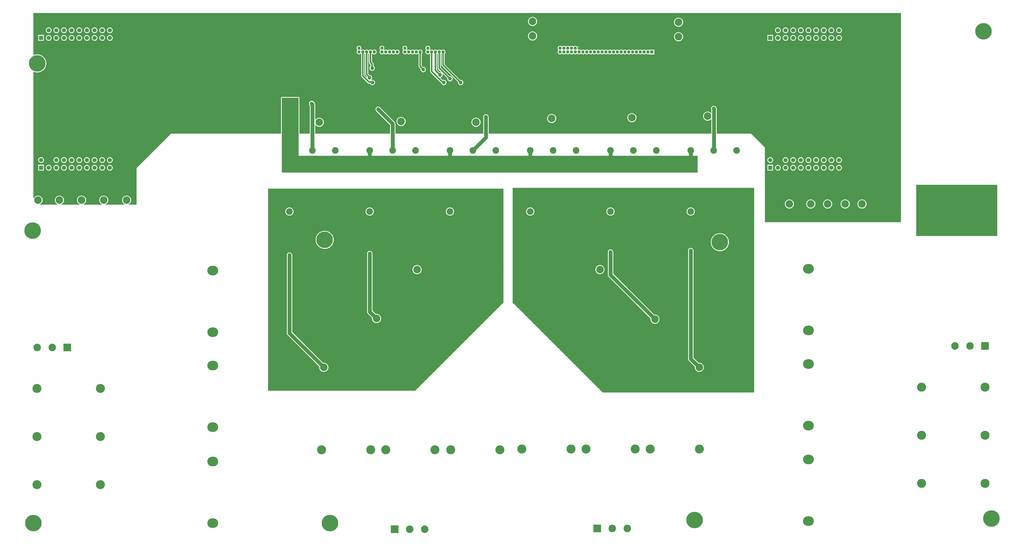
<source format=gbl>
G04*
G04 #@! TF.GenerationSoftware,Altium Limited,Altium Designer,22.11.1 (43)*
G04*
G04 Layer_Physical_Order=2*
G04 Layer_Color=16711680*
%FSLAX44Y44*%
%MOMM*%
G71*
G04*
G04 #@! TF.SameCoordinates,5926677A-74AB-409A-8ECC-7C9113B37032*
G04*
G04*
G04 #@! TF.FilePolarity,Positive*
G04*
G01*
G75*
%ADD30C,0.5080*%
%ADD32C,1.2700*%
%ADD33C,3.0000*%
%ADD34O,3.6000X3.2000*%
%ADD35R,1.4000X1.4000*%
%ADD36C,1.4000*%
%ADD37C,2.2000*%
%ADD38C,3.5000*%
%ADD39C,2.5000*%
%ADD40C,5.5000*%
%ADD41C,10.0000*%
%ADD42R,2.5000X2.5000*%
%ADD43R,1.0900X1.0900*%
%ADD44C,1.0900*%
%ADD45C,1.2700*%
G36*
X3180080Y2745740D02*
X2727960D01*
X2727960Y2994660D01*
X2682240Y3040380D01*
X2567817D01*
Y3123130D01*
X2567511Y3125451D01*
X2566615Y3127614D01*
X2565190Y3129471D01*
X2564120Y3130540D01*
X2562263Y3131965D01*
X2560101Y3132861D01*
X2557780Y3133167D01*
X2555459Y3132861D01*
X2553297Y3131965D01*
X2551440Y3130540D01*
X2550015Y3128683D01*
X2549119Y3126521D01*
X2548813Y3124200D01*
X2549119Y3121879D01*
X2549883Y3120034D01*
Y3109255D01*
X2548687Y3108827D01*
X2548146Y3109486D01*
X2545856Y3111366D01*
X2543243Y3112762D01*
X2540408Y3113622D01*
X2537460Y3113913D01*
X2534512Y3113622D01*
X2531677Y3112762D01*
X2529064Y3111366D01*
X2526774Y3109486D01*
X2524894Y3107196D01*
X2523498Y3104583D01*
X2522638Y3101748D01*
X2522347Y3098800D01*
X2522638Y3095852D01*
X2523498Y3093017D01*
X2524894Y3090404D01*
X2526774Y3088114D01*
X2529064Y3086234D01*
X2531677Y3084838D01*
X2534512Y3083978D01*
X2537460Y3083687D01*
X2540408Y3083978D01*
X2543243Y3084838D01*
X2545856Y3086234D01*
X2548146Y3088114D01*
X2548687Y3088773D01*
X2549883Y3088345D01*
Y3040380D01*
X1809827D01*
Y3096260D01*
X1809521Y3098581D01*
X1808625Y3100743D01*
X1807200Y3102600D01*
X1805343Y3104025D01*
X1803181Y3104921D01*
X1800860Y3105227D01*
X1798539Y3104921D01*
X1796377Y3104025D01*
X1794520Y3102600D01*
X1793095Y3100743D01*
X1792199Y3098581D01*
X1791893Y3096260D01*
Y3040380D01*
X1499947D01*
Y3073400D01*
X1499641Y3075721D01*
X1498745Y3077883D01*
X1497320Y3079740D01*
X1449060Y3128000D01*
X1447203Y3129425D01*
X1445041Y3130321D01*
X1442720Y3130627D01*
X1440399Y3130321D01*
X1438237Y3129425D01*
X1436380Y3128000D01*
X1434955Y3126143D01*
X1434059Y3123981D01*
X1433753Y3121660D01*
X1434059Y3119339D01*
X1434955Y3117177D01*
X1436380Y3115320D01*
X1482013Y3069686D01*
Y3040380D01*
X1233247D01*
Y3069954D01*
X1234479Y3070262D01*
X1234574Y3070084D01*
X1236454Y3067794D01*
X1238744Y3065914D01*
X1241357Y3064518D01*
X1244192Y3063658D01*
X1247140Y3063367D01*
X1250088Y3063658D01*
X1252923Y3064518D01*
X1255536Y3065914D01*
X1257826Y3067794D01*
X1259706Y3070084D01*
X1261102Y3072697D01*
X1261962Y3075532D01*
X1262253Y3078480D01*
X1261962Y3081429D01*
X1261102Y3084263D01*
X1259706Y3086876D01*
X1257826Y3089166D01*
X1255536Y3091046D01*
X1252923Y3092442D01*
X1250088Y3093302D01*
X1247140Y3093593D01*
X1244192Y3093302D01*
X1241357Y3092442D01*
X1238744Y3091046D01*
X1236454Y3089166D01*
X1234574Y3086876D01*
X1234479Y3086697D01*
X1233247Y3087006D01*
Y3138170D01*
X1232941Y3140491D01*
X1232045Y3142654D01*
X1230620Y3144510D01*
X1228080Y3147050D01*
X1226223Y3148475D01*
X1224061Y3149371D01*
X1221740Y3149677D01*
X1219419Y3149371D01*
X1217257Y3148475D01*
X1215400Y3147050D01*
X1213975Y3145193D01*
X1213079Y3143031D01*
X1212773Y3140710D01*
X1213079Y3138389D01*
X1213975Y3136227D01*
X1215313Y3134482D01*
Y3040380D01*
X1181150D01*
Y3159760D01*
X1180953Y3160751D01*
X1180391Y3161591D01*
X1179551Y3162153D01*
X1178560Y3162350D01*
X1122680D01*
X1121689Y3162153D01*
X1120849Y3161591D01*
X1120287Y3160751D01*
X1120090Y3159760D01*
Y3040380D01*
X754380D01*
X640080Y2926080D01*
Y2804160D01*
X613007D01*
X612818Y2805430D01*
X612843Y2805438D01*
X615456Y2806834D01*
X617746Y2808714D01*
X619626Y2811004D01*
X621022Y2813617D01*
X621882Y2816452D01*
X622173Y2819400D01*
X621882Y2822348D01*
X621022Y2825183D01*
X619626Y2827796D01*
X617746Y2830086D01*
X615456Y2831966D01*
X612843Y2833362D01*
X610008Y2834222D01*
X607060Y2834513D01*
X604112Y2834222D01*
X601277Y2833362D01*
X598664Y2831966D01*
X596374Y2830086D01*
X594494Y2827796D01*
X593098Y2825183D01*
X592238Y2822348D01*
X591947Y2819400D01*
X592238Y2816452D01*
X593098Y2813617D01*
X594494Y2811004D01*
X596374Y2808714D01*
X598664Y2806834D01*
X601277Y2805438D01*
X601302Y2805430D01*
X601113Y2804160D01*
X536807D01*
X536618Y2805430D01*
X536643Y2805438D01*
X539256Y2806834D01*
X541546Y2808714D01*
X543426Y2811004D01*
X544822Y2813617D01*
X545682Y2816452D01*
X545973Y2819400D01*
X545682Y2822348D01*
X544822Y2825183D01*
X543426Y2827796D01*
X541546Y2830086D01*
X539256Y2831966D01*
X536643Y2833362D01*
X533808Y2834222D01*
X530860Y2834513D01*
X527912Y2834222D01*
X525077Y2833362D01*
X522464Y2831966D01*
X520174Y2830086D01*
X518294Y2827796D01*
X516898Y2825183D01*
X516038Y2822348D01*
X515747Y2819400D01*
X516038Y2816452D01*
X516898Y2813617D01*
X518294Y2811004D01*
X520174Y2808714D01*
X522464Y2806834D01*
X525077Y2805438D01*
X525102Y2805430D01*
X524913Y2804160D01*
X463147D01*
X462958Y2805430D01*
X462983Y2805438D01*
X465596Y2806834D01*
X467886Y2808714D01*
X469766Y2811004D01*
X471162Y2813617D01*
X472022Y2816452D01*
X472313Y2819400D01*
X472022Y2822348D01*
X471162Y2825183D01*
X469766Y2827796D01*
X467886Y2830086D01*
X465596Y2831966D01*
X462983Y2833362D01*
X460148Y2834222D01*
X457200Y2834513D01*
X454252Y2834222D01*
X451417Y2833362D01*
X448804Y2831966D01*
X446514Y2830086D01*
X444634Y2827796D01*
X443238Y2825183D01*
X442378Y2822348D01*
X442087Y2819400D01*
X442378Y2816452D01*
X443238Y2813617D01*
X444634Y2811004D01*
X446514Y2808714D01*
X448804Y2806834D01*
X451417Y2805438D01*
X451442Y2805430D01*
X451253Y2804160D01*
X389487D01*
X389298Y2805430D01*
X389323Y2805438D01*
X391936Y2806834D01*
X394226Y2808714D01*
X396106Y2811004D01*
X397502Y2813617D01*
X398362Y2816452D01*
X398653Y2819400D01*
X398362Y2822348D01*
X397502Y2825183D01*
X396106Y2827796D01*
X394226Y2830086D01*
X391936Y2831966D01*
X389323Y2833362D01*
X386488Y2834222D01*
X383540Y2834513D01*
X380592Y2834222D01*
X377757Y2833362D01*
X375144Y2831966D01*
X372854Y2830086D01*
X370974Y2827796D01*
X369578Y2825183D01*
X368718Y2822348D01*
X368427Y2819400D01*
X368718Y2816452D01*
X369578Y2813617D01*
X370974Y2811004D01*
X372854Y2808714D01*
X375144Y2806834D01*
X377757Y2805438D01*
X377782Y2805430D01*
X377593Y2804160D01*
X318367D01*
X318178Y2805430D01*
X318203Y2805438D01*
X320816Y2806834D01*
X323106Y2808714D01*
X324986Y2811004D01*
X326382Y2813617D01*
X327242Y2816452D01*
X327533Y2819400D01*
X327242Y2822348D01*
X326382Y2825183D01*
X324986Y2827796D01*
X323106Y2830086D01*
X320816Y2831966D01*
X318203Y2833362D01*
X315368Y2834222D01*
X312420Y2834513D01*
X309472Y2834222D01*
X306637Y2833362D01*
X304024Y2831966D01*
X301734Y2830086D01*
X299854Y2827796D01*
X298458Y2825183D01*
X298450Y2825158D01*
X297180Y2825347D01*
Y3040380D01*
Y3245663D01*
X298236Y3246368D01*
X300568Y3245402D01*
X305166Y3244298D01*
X309880Y3243927D01*
X314594Y3244298D01*
X319192Y3245402D01*
X323560Y3247211D01*
X327592Y3249682D01*
X331187Y3252753D01*
X334258Y3256348D01*
X336729Y3260380D01*
X338538Y3264749D01*
X339642Y3269346D01*
X340013Y3274060D01*
X339642Y3278774D01*
X338538Y3283372D01*
X336729Y3287740D01*
X334258Y3291772D01*
X331187Y3295367D01*
X327592Y3298438D01*
X323560Y3300909D01*
X319192Y3302718D01*
X314594Y3303822D01*
X309880Y3304193D01*
X305166Y3303822D01*
X300568Y3302718D01*
X298236Y3301752D01*
X297180Y3302458D01*
Y3441700D01*
X3180080D01*
Y2745740D01*
D02*
G37*
G36*
X1178560Y2966720D02*
X2504440D01*
Y2910840D01*
X1122680D01*
Y3159760D01*
X1178560D01*
Y2966720D01*
D02*
G37*
G36*
X3500120Y2700020D02*
X3230880D01*
Y2870200D01*
X3500120D01*
Y2700020D01*
D02*
G37*
G36*
X1859280Y2479040D02*
X1565412Y2185172D01*
X1076960D01*
Y2857500D01*
X1859280D01*
Y2479040D01*
D02*
G37*
G36*
X2692058Y2859052D02*
Y2179038D01*
X2189138D01*
X1889418Y2478758D01*
Y2859758D01*
X2691071Y2860321D01*
X2692058Y2859052D01*
D02*
G37*
%LPC*%
G36*
X1955800Y3428873D02*
X1952852Y3428582D01*
X1950017Y3427722D01*
X1947404Y3426326D01*
X1945114Y3424446D01*
X1943234Y3422156D01*
X1941838Y3419543D01*
X1940978Y3416708D01*
X1940687Y3413760D01*
X1940978Y3410811D01*
X1941838Y3407977D01*
X1943234Y3405364D01*
X1945114Y3403074D01*
X1947404Y3401194D01*
X1950017Y3399798D01*
X1952852Y3398938D01*
X1955800Y3398647D01*
X1958748Y3398938D01*
X1961583Y3399798D01*
X1964196Y3401194D01*
X1966486Y3403074D01*
X1968366Y3405364D01*
X1969762Y3407977D01*
X1970622Y3410811D01*
X1970913Y3413760D01*
X1970622Y3416708D01*
X1969762Y3419543D01*
X1968366Y3422156D01*
X1966486Y3424446D01*
X1964196Y3426326D01*
X1961583Y3427722D01*
X1958748Y3428582D01*
X1955800Y3428873D01*
D02*
G37*
G36*
X2440940Y3426333D02*
X2437992Y3426042D01*
X2435157Y3425182D01*
X2432544Y3423786D01*
X2430254Y3421906D01*
X2428374Y3419616D01*
X2426978Y3417003D01*
X2426118Y3414168D01*
X2425827Y3411220D01*
X2426118Y3408271D01*
X2426978Y3405437D01*
X2428374Y3402824D01*
X2430254Y3400534D01*
X2432544Y3398654D01*
X2435157Y3397258D01*
X2437992Y3396398D01*
X2440940Y3396107D01*
X2443888Y3396398D01*
X2446723Y3397258D01*
X2449336Y3398654D01*
X2451626Y3400534D01*
X2453506Y3402824D01*
X2454902Y3405437D01*
X2455762Y3408271D01*
X2456053Y3411220D01*
X2455762Y3414168D01*
X2454902Y3417003D01*
X2453506Y3419616D01*
X2451626Y3421906D01*
X2449336Y3423786D01*
X2446723Y3425182D01*
X2443888Y3426042D01*
X2440940Y3426333D01*
D02*
G37*
G36*
X2974340Y3394172D02*
X2971850Y3393844D01*
X2969529Y3392883D01*
X2967536Y3391354D01*
X2966007Y3389361D01*
X2965045Y3387040D01*
X2964718Y3384550D01*
X2965045Y3382060D01*
X2966007Y3379739D01*
X2967536Y3377746D01*
X2969529Y3376217D01*
X2971850Y3375256D01*
X2974340Y3374928D01*
X2976830Y3375256D01*
X2979151Y3376217D01*
X2981144Y3377746D01*
X2982673Y3379739D01*
X2983634Y3382060D01*
X2983962Y3384550D01*
X2983634Y3387040D01*
X2982673Y3389361D01*
X2981144Y3391354D01*
X2979151Y3392883D01*
X2976830Y3393844D01*
X2974340Y3394172D01*
D02*
G37*
G36*
X2948940D02*
X2946450Y3393844D01*
X2944129Y3392883D01*
X2942136Y3391354D01*
X2940607Y3389361D01*
X2939646Y3387040D01*
X2939318Y3384550D01*
X2939646Y3382060D01*
X2940607Y3379739D01*
X2942136Y3377746D01*
X2944129Y3376217D01*
X2946450Y3375256D01*
X2948940Y3374928D01*
X2951430Y3375256D01*
X2953751Y3376217D01*
X2955744Y3377746D01*
X2957273Y3379739D01*
X2958234Y3382060D01*
X2958562Y3384550D01*
X2958234Y3387040D01*
X2957273Y3389361D01*
X2955744Y3391354D01*
X2953751Y3392883D01*
X2951430Y3393844D01*
X2948940Y3394172D01*
D02*
G37*
G36*
X2923540D02*
X2921049Y3393844D01*
X2918729Y3392883D01*
X2916736Y3391354D01*
X2915207Y3389361D01*
X2914246Y3387040D01*
X2913918Y3384550D01*
X2914246Y3382060D01*
X2915207Y3379739D01*
X2916736Y3377746D01*
X2918729Y3376217D01*
X2921049Y3375256D01*
X2923540Y3374928D01*
X2926030Y3375256D01*
X2928351Y3376217D01*
X2930344Y3377746D01*
X2931873Y3379739D01*
X2932834Y3382060D01*
X2933162Y3384550D01*
X2932834Y3387040D01*
X2931873Y3389361D01*
X2930344Y3391354D01*
X2928351Y3392883D01*
X2926030Y3393844D01*
X2923540Y3394172D01*
D02*
G37*
G36*
X2898140D02*
X2895650Y3393844D01*
X2893329Y3392883D01*
X2891336Y3391354D01*
X2889807Y3389361D01*
X2888846Y3387040D01*
X2888518Y3384550D01*
X2888846Y3382060D01*
X2889807Y3379739D01*
X2891336Y3377746D01*
X2893329Y3376217D01*
X2895650Y3375256D01*
X2898140Y3374928D01*
X2900630Y3375256D01*
X2902951Y3376217D01*
X2904944Y3377746D01*
X2906473Y3379739D01*
X2907434Y3382060D01*
X2907762Y3384550D01*
X2907434Y3387040D01*
X2906473Y3389361D01*
X2904944Y3391354D01*
X2902951Y3392883D01*
X2900630Y3393844D01*
X2898140Y3394172D01*
D02*
G37*
G36*
X2872740D02*
X2870250Y3393844D01*
X2867929Y3392883D01*
X2865936Y3391354D01*
X2864407Y3389361D01*
X2863446Y3387040D01*
X2863118Y3384550D01*
X2863446Y3382060D01*
X2864407Y3379739D01*
X2865936Y3377746D01*
X2867929Y3376217D01*
X2870250Y3375256D01*
X2872740Y3374928D01*
X2875230Y3375256D01*
X2877551Y3376217D01*
X2879544Y3377746D01*
X2881073Y3379739D01*
X2882034Y3382060D01*
X2882362Y3384550D01*
X2882034Y3387040D01*
X2881073Y3389361D01*
X2879544Y3391354D01*
X2877551Y3392883D01*
X2875230Y3393844D01*
X2872740Y3394172D01*
D02*
G37*
G36*
X2847340D02*
X2844850Y3393844D01*
X2842529Y3392883D01*
X2840536Y3391354D01*
X2839007Y3389361D01*
X2838046Y3387040D01*
X2837718Y3384550D01*
X2838046Y3382060D01*
X2839007Y3379739D01*
X2840536Y3377746D01*
X2842529Y3376217D01*
X2844850Y3375256D01*
X2847340Y3374928D01*
X2849830Y3375256D01*
X2852151Y3376217D01*
X2854144Y3377746D01*
X2855673Y3379739D01*
X2856635Y3382060D01*
X2856962Y3384550D01*
X2856635Y3387040D01*
X2855673Y3389361D01*
X2854144Y3391354D01*
X2852151Y3392883D01*
X2849830Y3393844D01*
X2847340Y3394172D01*
D02*
G37*
G36*
X2821940D02*
X2819449Y3393844D01*
X2817129Y3392883D01*
X2815136Y3391354D01*
X2813607Y3389361D01*
X2812646Y3387040D01*
X2812318Y3384550D01*
X2812646Y3382060D01*
X2813607Y3379739D01*
X2815136Y3377746D01*
X2817129Y3376217D01*
X2819449Y3375256D01*
X2821940Y3374928D01*
X2824431Y3375256D01*
X2826751Y3376217D01*
X2828744Y3377746D01*
X2830273Y3379739D01*
X2831234Y3382060D01*
X2831562Y3384550D01*
X2831234Y3387040D01*
X2830273Y3389361D01*
X2828744Y3391354D01*
X2826751Y3392883D01*
X2824431Y3393844D01*
X2821940Y3394172D01*
D02*
G37*
G36*
X2796540D02*
X2794050Y3393844D01*
X2791729Y3392883D01*
X2789736Y3391354D01*
X2788207Y3389361D01*
X2787245Y3387040D01*
X2786918Y3384550D01*
X2787245Y3382060D01*
X2788207Y3379739D01*
X2789736Y3377746D01*
X2791729Y3376217D01*
X2794050Y3375256D01*
X2796540Y3374928D01*
X2799030Y3375256D01*
X2801351Y3376217D01*
X2803344Y3377746D01*
X2804873Y3379739D01*
X2805834Y3382060D01*
X2806162Y3384550D01*
X2805834Y3387040D01*
X2804873Y3389361D01*
X2803344Y3391354D01*
X2801351Y3392883D01*
X2799030Y3393844D01*
X2796540Y3394172D01*
D02*
G37*
G36*
X2771140D02*
X2768650Y3393844D01*
X2766329Y3392883D01*
X2764336Y3391354D01*
X2762807Y3389361D01*
X2761846Y3387040D01*
X2761518Y3384550D01*
X2761846Y3382060D01*
X2762807Y3379739D01*
X2764336Y3377746D01*
X2766329Y3376217D01*
X2768650Y3375256D01*
X2771140Y3374928D01*
X2773630Y3375256D01*
X2775951Y3376217D01*
X2777944Y3377746D01*
X2779473Y3379739D01*
X2780434Y3382060D01*
X2780762Y3384550D01*
X2780434Y3387040D01*
X2779473Y3389361D01*
X2777944Y3391354D01*
X2775951Y3392883D01*
X2773630Y3393844D01*
X2771140Y3394172D01*
D02*
G37*
G36*
X551180D02*
X548690Y3393844D01*
X546369Y3392883D01*
X544376Y3391354D01*
X542847Y3389361D01*
X541886Y3387040D01*
X541558Y3384550D01*
X541886Y3382060D01*
X542847Y3379739D01*
X544376Y3377746D01*
X546369Y3376217D01*
X548690Y3375256D01*
X551180Y3374928D01*
X553670Y3375256D01*
X555991Y3376217D01*
X557984Y3377746D01*
X559513Y3379739D01*
X560474Y3382060D01*
X560802Y3384550D01*
X560474Y3387040D01*
X559513Y3389361D01*
X557984Y3391354D01*
X555991Y3392883D01*
X553670Y3393844D01*
X551180Y3394172D01*
D02*
G37*
G36*
X525780D02*
X523290Y3393844D01*
X520969Y3392883D01*
X518976Y3391354D01*
X517447Y3389361D01*
X516486Y3387040D01*
X516158Y3384550D01*
X516486Y3382060D01*
X517447Y3379739D01*
X518976Y3377746D01*
X520969Y3376217D01*
X523290Y3375256D01*
X525780Y3374928D01*
X528270Y3375256D01*
X530591Y3376217D01*
X532584Y3377746D01*
X534113Y3379739D01*
X535074Y3382060D01*
X535402Y3384550D01*
X535074Y3387040D01*
X534113Y3389361D01*
X532584Y3391354D01*
X530591Y3392883D01*
X528270Y3393844D01*
X525780Y3394172D01*
D02*
G37*
G36*
X500380D02*
X497890Y3393844D01*
X495569Y3392883D01*
X493576Y3391354D01*
X492047Y3389361D01*
X491086Y3387040D01*
X490758Y3384550D01*
X491086Y3382060D01*
X492047Y3379739D01*
X493576Y3377746D01*
X495569Y3376217D01*
X497890Y3375256D01*
X500380Y3374928D01*
X502870Y3375256D01*
X505191Y3376217D01*
X507184Y3377746D01*
X508713Y3379739D01*
X509674Y3382060D01*
X510002Y3384550D01*
X509674Y3387040D01*
X508713Y3389361D01*
X507184Y3391354D01*
X505191Y3392883D01*
X502870Y3393844D01*
X500380Y3394172D01*
D02*
G37*
G36*
X474980D02*
X472490Y3393844D01*
X470169Y3392883D01*
X468176Y3391354D01*
X466647Y3389361D01*
X465686Y3387040D01*
X465358Y3384550D01*
X465686Y3382060D01*
X466647Y3379739D01*
X468176Y3377746D01*
X470169Y3376217D01*
X472490Y3375256D01*
X474980Y3374928D01*
X477470Y3375256D01*
X479791Y3376217D01*
X481784Y3377746D01*
X483313Y3379739D01*
X484274Y3382060D01*
X484602Y3384550D01*
X484274Y3387040D01*
X483313Y3389361D01*
X481784Y3391354D01*
X479791Y3392883D01*
X477470Y3393844D01*
X474980Y3394172D01*
D02*
G37*
G36*
X449580D02*
X447090Y3393844D01*
X444769Y3392883D01*
X442776Y3391354D01*
X441247Y3389361D01*
X440286Y3387040D01*
X439958Y3384550D01*
X440286Y3382060D01*
X441247Y3379739D01*
X442776Y3377746D01*
X444769Y3376217D01*
X447090Y3375256D01*
X449580Y3374928D01*
X452070Y3375256D01*
X454391Y3376217D01*
X456384Y3377746D01*
X457913Y3379739D01*
X458874Y3382060D01*
X459202Y3384550D01*
X458874Y3387040D01*
X457913Y3389361D01*
X456384Y3391354D01*
X454391Y3392883D01*
X452070Y3393844D01*
X449580Y3394172D01*
D02*
G37*
G36*
X424180D02*
X421690Y3393844D01*
X419369Y3392883D01*
X417376Y3391354D01*
X415847Y3389361D01*
X414886Y3387040D01*
X414558Y3384550D01*
X414886Y3382060D01*
X415847Y3379739D01*
X417376Y3377746D01*
X419369Y3376217D01*
X421690Y3375256D01*
X424180Y3374928D01*
X426670Y3375256D01*
X428991Y3376217D01*
X430984Y3377746D01*
X432513Y3379739D01*
X433474Y3382060D01*
X433802Y3384550D01*
X433474Y3387040D01*
X432513Y3389361D01*
X430984Y3391354D01*
X428991Y3392883D01*
X426670Y3393844D01*
X424180Y3394172D01*
D02*
G37*
G36*
X398780D02*
X396290Y3393844D01*
X393969Y3392883D01*
X391976Y3391354D01*
X390447Y3389361D01*
X389486Y3387040D01*
X389158Y3384550D01*
X389486Y3382060D01*
X390447Y3379739D01*
X391976Y3377746D01*
X393969Y3376217D01*
X396290Y3375256D01*
X398780Y3374928D01*
X401270Y3375256D01*
X403591Y3376217D01*
X405584Y3377746D01*
X407113Y3379739D01*
X408074Y3382060D01*
X408402Y3384550D01*
X408074Y3387040D01*
X407113Y3389361D01*
X405584Y3391354D01*
X403591Y3392883D01*
X401270Y3393844D01*
X398780Y3394172D01*
D02*
G37*
G36*
X373380D02*
X370890Y3393844D01*
X368569Y3392883D01*
X366576Y3391354D01*
X365047Y3389361D01*
X364086Y3387040D01*
X363758Y3384550D01*
X364086Y3382060D01*
X365047Y3379739D01*
X366576Y3377746D01*
X368569Y3376217D01*
X370890Y3375256D01*
X373380Y3374928D01*
X375870Y3375256D01*
X378191Y3376217D01*
X380184Y3377746D01*
X381713Y3379739D01*
X382674Y3382060D01*
X383002Y3384550D01*
X382674Y3387040D01*
X381713Y3389361D01*
X380184Y3391354D01*
X378191Y3392883D01*
X375870Y3393844D01*
X373380Y3394172D01*
D02*
G37*
G36*
X347980D02*
X345490Y3393844D01*
X343169Y3392883D01*
X341176Y3391354D01*
X339647Y3389361D01*
X338686Y3387040D01*
X338358Y3384550D01*
X338686Y3382060D01*
X339647Y3379739D01*
X341176Y3377746D01*
X343169Y3376217D01*
X345490Y3375256D01*
X347980Y3374928D01*
X350470Y3375256D01*
X352791Y3376217D01*
X354784Y3377746D01*
X356313Y3379739D01*
X357274Y3382060D01*
X357602Y3384550D01*
X357274Y3387040D01*
X356313Y3389361D01*
X354784Y3391354D01*
X352791Y3392883D01*
X350470Y3393844D01*
X347980Y3394172D01*
D02*
G37*
G36*
X1955800Y3380613D02*
X1952852Y3380322D01*
X1950017Y3379462D01*
X1947404Y3378066D01*
X1945114Y3376186D01*
X1943234Y3373896D01*
X1941838Y3371283D01*
X1940978Y3368448D01*
X1940687Y3365500D01*
X1940978Y3362552D01*
X1941838Y3359716D01*
X1943234Y3357104D01*
X1945114Y3354814D01*
X1947404Y3352934D01*
X1950017Y3351537D01*
X1952852Y3350677D01*
X1955800Y3350387D01*
X1958748Y3350677D01*
X1961583Y3351537D01*
X1964196Y3352934D01*
X1966486Y3354814D01*
X1968366Y3357104D01*
X1969762Y3359716D01*
X1970622Y3362552D01*
X1970913Y3365500D01*
X1970622Y3368448D01*
X1969762Y3371283D01*
X1968366Y3373896D01*
X1966486Y3376186D01*
X1964196Y3378066D01*
X1961583Y3379462D01*
X1958748Y3380322D01*
X1955800Y3380613D01*
D02*
G37*
G36*
X2755280Y3368690D02*
X2736200D01*
Y3349610D01*
X2755280D01*
Y3368690D01*
D02*
G37*
G36*
X332120D02*
X313040D01*
Y3349610D01*
X332120D01*
Y3368690D01*
D02*
G37*
G36*
X2974340Y3368772D02*
X2971850Y3368445D01*
X2969529Y3367483D01*
X2967536Y3365954D01*
X2966007Y3363961D01*
X2965045Y3361640D01*
X2964718Y3359150D01*
X2965045Y3356660D01*
X2966007Y3354339D01*
X2967536Y3352346D01*
X2969529Y3350817D01*
X2971850Y3349856D01*
X2974340Y3349528D01*
X2976830Y3349856D01*
X2979151Y3350817D01*
X2981144Y3352346D01*
X2982673Y3354339D01*
X2983634Y3356660D01*
X2983962Y3359150D01*
X2983634Y3361640D01*
X2982673Y3363961D01*
X2981144Y3365954D01*
X2979151Y3367483D01*
X2976830Y3368445D01*
X2974340Y3368772D01*
D02*
G37*
G36*
X2948940D02*
X2946450Y3368445D01*
X2944129Y3367483D01*
X2942136Y3365954D01*
X2940607Y3363961D01*
X2939646Y3361640D01*
X2939318Y3359150D01*
X2939646Y3356660D01*
X2940607Y3354339D01*
X2942136Y3352346D01*
X2944129Y3350817D01*
X2946450Y3349856D01*
X2948940Y3349528D01*
X2951430Y3349856D01*
X2953751Y3350817D01*
X2955744Y3352346D01*
X2957273Y3354339D01*
X2958234Y3356660D01*
X2958562Y3359150D01*
X2958234Y3361640D01*
X2957273Y3363961D01*
X2955744Y3365954D01*
X2953751Y3367483D01*
X2951430Y3368445D01*
X2948940Y3368772D01*
D02*
G37*
G36*
X2923540D02*
X2921049Y3368445D01*
X2918729Y3367483D01*
X2916736Y3365954D01*
X2915207Y3363961D01*
X2914246Y3361640D01*
X2913918Y3359150D01*
X2914246Y3356660D01*
X2915207Y3354339D01*
X2916736Y3352346D01*
X2918729Y3350817D01*
X2921049Y3349856D01*
X2923540Y3349528D01*
X2926030Y3349856D01*
X2928351Y3350817D01*
X2930344Y3352346D01*
X2931873Y3354339D01*
X2932834Y3356660D01*
X2933162Y3359150D01*
X2932834Y3361640D01*
X2931873Y3363961D01*
X2930344Y3365954D01*
X2928351Y3367483D01*
X2926030Y3368445D01*
X2923540Y3368772D01*
D02*
G37*
G36*
X2898140D02*
X2895650Y3368445D01*
X2893329Y3367483D01*
X2891336Y3365954D01*
X2889807Y3363961D01*
X2888846Y3361640D01*
X2888518Y3359150D01*
X2888846Y3356660D01*
X2889807Y3354339D01*
X2891336Y3352346D01*
X2893329Y3350817D01*
X2895650Y3349856D01*
X2898140Y3349528D01*
X2900630Y3349856D01*
X2902951Y3350817D01*
X2904944Y3352346D01*
X2906473Y3354339D01*
X2907434Y3356660D01*
X2907762Y3359150D01*
X2907434Y3361640D01*
X2906473Y3363961D01*
X2904944Y3365954D01*
X2902951Y3367483D01*
X2900630Y3368445D01*
X2898140Y3368772D01*
D02*
G37*
G36*
X2872740D02*
X2870250Y3368445D01*
X2867929Y3367483D01*
X2865936Y3365954D01*
X2864407Y3363961D01*
X2863446Y3361640D01*
X2863118Y3359150D01*
X2863446Y3356660D01*
X2864407Y3354339D01*
X2865936Y3352346D01*
X2867929Y3350817D01*
X2870250Y3349856D01*
X2872740Y3349528D01*
X2875230Y3349856D01*
X2877551Y3350817D01*
X2879544Y3352346D01*
X2881073Y3354339D01*
X2882034Y3356660D01*
X2882362Y3359150D01*
X2882034Y3361640D01*
X2881073Y3363961D01*
X2879544Y3365954D01*
X2877551Y3367483D01*
X2875230Y3368445D01*
X2872740Y3368772D01*
D02*
G37*
G36*
X2847340D02*
X2844850Y3368445D01*
X2842529Y3367483D01*
X2840536Y3365954D01*
X2839007Y3363961D01*
X2838046Y3361640D01*
X2837718Y3359150D01*
X2838046Y3356660D01*
X2839007Y3354339D01*
X2840536Y3352346D01*
X2842529Y3350817D01*
X2844850Y3349856D01*
X2847340Y3349528D01*
X2849830Y3349856D01*
X2852151Y3350817D01*
X2854144Y3352346D01*
X2855673Y3354339D01*
X2856635Y3356660D01*
X2856962Y3359150D01*
X2856635Y3361640D01*
X2855673Y3363961D01*
X2854144Y3365954D01*
X2852151Y3367483D01*
X2849830Y3368445D01*
X2847340Y3368772D01*
D02*
G37*
G36*
X2821940D02*
X2819449Y3368445D01*
X2817129Y3367483D01*
X2815136Y3365954D01*
X2813607Y3363961D01*
X2812646Y3361640D01*
X2812318Y3359150D01*
X2812646Y3356660D01*
X2813607Y3354339D01*
X2815136Y3352346D01*
X2817129Y3350817D01*
X2819449Y3349856D01*
X2821940Y3349528D01*
X2824431Y3349856D01*
X2826751Y3350817D01*
X2828744Y3352346D01*
X2830273Y3354339D01*
X2831234Y3356660D01*
X2831562Y3359150D01*
X2831234Y3361640D01*
X2830273Y3363961D01*
X2828744Y3365954D01*
X2826751Y3367483D01*
X2824431Y3368445D01*
X2821940Y3368772D01*
D02*
G37*
G36*
X2796540D02*
X2794050Y3368445D01*
X2791729Y3367483D01*
X2789736Y3365954D01*
X2788207Y3363961D01*
X2787245Y3361640D01*
X2786918Y3359150D01*
X2787245Y3356660D01*
X2788207Y3354339D01*
X2789736Y3352346D01*
X2791729Y3350817D01*
X2794050Y3349856D01*
X2796540Y3349528D01*
X2799030Y3349856D01*
X2801351Y3350817D01*
X2803344Y3352346D01*
X2804873Y3354339D01*
X2805834Y3356660D01*
X2806162Y3359150D01*
X2805834Y3361640D01*
X2804873Y3363961D01*
X2803344Y3365954D01*
X2801351Y3367483D01*
X2799030Y3368445D01*
X2796540Y3368772D01*
D02*
G37*
G36*
X2771140D02*
X2768650Y3368445D01*
X2766329Y3367483D01*
X2764336Y3365954D01*
X2762807Y3363961D01*
X2761846Y3361640D01*
X2761518Y3359150D01*
X2761846Y3356660D01*
X2762807Y3354339D01*
X2764336Y3352346D01*
X2766329Y3350817D01*
X2768650Y3349856D01*
X2771140Y3349528D01*
X2773630Y3349856D01*
X2775951Y3350817D01*
X2777944Y3352346D01*
X2779473Y3354339D01*
X2780434Y3356660D01*
X2780762Y3359150D01*
X2780434Y3361640D01*
X2779473Y3363961D01*
X2777944Y3365954D01*
X2775951Y3367483D01*
X2773630Y3368445D01*
X2771140Y3368772D01*
D02*
G37*
G36*
X551180D02*
X548690Y3368445D01*
X546369Y3367483D01*
X544376Y3365954D01*
X542847Y3363961D01*
X541886Y3361640D01*
X541558Y3359150D01*
X541886Y3356660D01*
X542847Y3354339D01*
X544376Y3352346D01*
X546369Y3350817D01*
X548690Y3349856D01*
X551180Y3349528D01*
X553670Y3349856D01*
X555991Y3350817D01*
X557984Y3352346D01*
X559513Y3354339D01*
X560474Y3356660D01*
X560802Y3359150D01*
X560474Y3361640D01*
X559513Y3363961D01*
X557984Y3365954D01*
X555991Y3367483D01*
X553670Y3368445D01*
X551180Y3368772D01*
D02*
G37*
G36*
X525780D02*
X523290Y3368445D01*
X520969Y3367483D01*
X518976Y3365954D01*
X517447Y3363961D01*
X516486Y3361640D01*
X516158Y3359150D01*
X516486Y3356660D01*
X517447Y3354339D01*
X518976Y3352346D01*
X520969Y3350817D01*
X523290Y3349856D01*
X525780Y3349528D01*
X528270Y3349856D01*
X530591Y3350817D01*
X532584Y3352346D01*
X534113Y3354339D01*
X535074Y3356660D01*
X535402Y3359150D01*
X535074Y3361640D01*
X534113Y3363961D01*
X532584Y3365954D01*
X530591Y3367483D01*
X528270Y3368445D01*
X525780Y3368772D01*
D02*
G37*
G36*
X500380D02*
X497890Y3368445D01*
X495569Y3367483D01*
X493576Y3365954D01*
X492047Y3363961D01*
X491086Y3361640D01*
X490758Y3359150D01*
X491086Y3356660D01*
X492047Y3354339D01*
X493576Y3352346D01*
X495569Y3350817D01*
X497890Y3349856D01*
X500380Y3349528D01*
X502870Y3349856D01*
X505191Y3350817D01*
X507184Y3352346D01*
X508713Y3354339D01*
X509674Y3356660D01*
X510002Y3359150D01*
X509674Y3361640D01*
X508713Y3363961D01*
X507184Y3365954D01*
X505191Y3367483D01*
X502870Y3368445D01*
X500380Y3368772D01*
D02*
G37*
G36*
X474980D02*
X472490Y3368445D01*
X470169Y3367483D01*
X468176Y3365954D01*
X466647Y3363961D01*
X465686Y3361640D01*
X465358Y3359150D01*
X465686Y3356660D01*
X466647Y3354339D01*
X468176Y3352346D01*
X470169Y3350817D01*
X472490Y3349856D01*
X474980Y3349528D01*
X477470Y3349856D01*
X479791Y3350817D01*
X481784Y3352346D01*
X483313Y3354339D01*
X484274Y3356660D01*
X484602Y3359150D01*
X484274Y3361640D01*
X483313Y3363961D01*
X481784Y3365954D01*
X479791Y3367483D01*
X477470Y3368445D01*
X474980Y3368772D01*
D02*
G37*
G36*
X449580D02*
X447090Y3368445D01*
X444769Y3367483D01*
X442776Y3365954D01*
X441247Y3363961D01*
X440286Y3361640D01*
X439958Y3359150D01*
X440286Y3356660D01*
X441247Y3354339D01*
X442776Y3352346D01*
X444769Y3350817D01*
X447090Y3349856D01*
X449580Y3349528D01*
X452070Y3349856D01*
X454391Y3350817D01*
X456384Y3352346D01*
X457913Y3354339D01*
X458874Y3356660D01*
X459202Y3359150D01*
X458874Y3361640D01*
X457913Y3363961D01*
X456384Y3365954D01*
X454391Y3367483D01*
X452070Y3368445D01*
X449580Y3368772D01*
D02*
G37*
G36*
X424180D02*
X421690Y3368445D01*
X419369Y3367483D01*
X417376Y3365954D01*
X415847Y3363961D01*
X414886Y3361640D01*
X414558Y3359150D01*
X414886Y3356660D01*
X415847Y3354339D01*
X417376Y3352346D01*
X419369Y3350817D01*
X421690Y3349856D01*
X424180Y3349528D01*
X426670Y3349856D01*
X428991Y3350817D01*
X430984Y3352346D01*
X432513Y3354339D01*
X433474Y3356660D01*
X433802Y3359150D01*
X433474Y3361640D01*
X432513Y3363961D01*
X430984Y3365954D01*
X428991Y3367483D01*
X426670Y3368445D01*
X424180Y3368772D01*
D02*
G37*
G36*
X398780D02*
X396290Y3368445D01*
X393969Y3367483D01*
X391976Y3365954D01*
X390447Y3363961D01*
X389486Y3361640D01*
X389158Y3359150D01*
X389486Y3356660D01*
X390447Y3354339D01*
X391976Y3352346D01*
X393969Y3350817D01*
X396290Y3349856D01*
X398780Y3349528D01*
X401270Y3349856D01*
X403591Y3350817D01*
X405584Y3352346D01*
X407113Y3354339D01*
X408074Y3356660D01*
X408402Y3359150D01*
X408074Y3361640D01*
X407113Y3363961D01*
X405584Y3365954D01*
X403591Y3367483D01*
X401270Y3368445D01*
X398780Y3368772D01*
D02*
G37*
G36*
X373380D02*
X370890Y3368445D01*
X368569Y3367483D01*
X366576Y3365954D01*
X365047Y3363961D01*
X364086Y3361640D01*
X363758Y3359150D01*
X364086Y3356660D01*
X365047Y3354339D01*
X366576Y3352346D01*
X368569Y3350817D01*
X370890Y3349856D01*
X373380Y3349528D01*
X375870Y3349856D01*
X378191Y3350817D01*
X380184Y3352346D01*
X381713Y3354339D01*
X382674Y3356660D01*
X383002Y3359150D01*
X382674Y3361640D01*
X381713Y3363961D01*
X380184Y3365954D01*
X378191Y3367483D01*
X375870Y3368445D01*
X373380Y3368772D01*
D02*
G37*
G36*
X347980D02*
X345490Y3368445D01*
X343169Y3367483D01*
X341176Y3365954D01*
X339647Y3363961D01*
X338686Y3361640D01*
X338358Y3359150D01*
X338686Y3356660D01*
X339647Y3354339D01*
X341176Y3352346D01*
X343169Y3350817D01*
X345490Y3349856D01*
X347980Y3349528D01*
X350470Y3349856D01*
X352791Y3350817D01*
X354784Y3352346D01*
X356313Y3354339D01*
X357274Y3356660D01*
X357602Y3359150D01*
X357274Y3361640D01*
X356313Y3363961D01*
X354784Y3365954D01*
X352791Y3367483D01*
X350470Y3368445D01*
X347980Y3368772D01*
D02*
G37*
G36*
X2440940Y3378073D02*
X2437992Y3377782D01*
X2435157Y3376922D01*
X2432544Y3375526D01*
X2430254Y3373646D01*
X2428374Y3371356D01*
X2426978Y3368743D01*
X2426118Y3365909D01*
X2425827Y3362960D01*
X2426118Y3360012D01*
X2426978Y3357177D01*
X2428374Y3354564D01*
X2430254Y3352274D01*
X2432544Y3350394D01*
X2435157Y3348997D01*
X2437992Y3348138D01*
X2440940Y3347847D01*
X2443888Y3348138D01*
X2446723Y3348997D01*
X2449336Y3350394D01*
X2451626Y3352274D01*
X2453506Y3354564D01*
X2454902Y3357177D01*
X2455762Y3360012D01*
X2456053Y3362960D01*
X2455762Y3365909D01*
X2454902Y3368743D01*
X2453506Y3371356D01*
X2451626Y3373646D01*
X2449336Y3375526D01*
X2446723Y3376922D01*
X2443888Y3377782D01*
X2440940Y3378073D01*
D02*
G37*
G36*
X2098040Y3332919D02*
X2095954Y3332644D01*
X2094010Y3331839D01*
X2092529Y3330703D01*
X2091830Y3330537D01*
X2091550D01*
X2090851Y3330703D01*
X2089370Y3331839D01*
X2087426Y3332644D01*
X2085340Y3332919D01*
X2083254Y3332644D01*
X2081310Y3331839D01*
X2079829Y3330703D01*
X2079130Y3330537D01*
X2078850D01*
X2078151Y3330703D01*
X2076669Y3331839D01*
X2074726Y3332644D01*
X2072640Y3332919D01*
X2070554Y3332644D01*
X2068611Y3331839D01*
X2067129Y3330703D01*
X2066430Y3330537D01*
X2066150D01*
X2065451Y3330703D01*
X2063970Y3331839D01*
X2062026Y3332644D01*
X2059940Y3332919D01*
X2057854Y3332644D01*
X2055910Y3331839D01*
X2054429Y3330703D01*
X2053730Y3330537D01*
X2053450D01*
X2052751Y3330703D01*
X2051270Y3331839D01*
X2049326Y3332644D01*
X2047240Y3332919D01*
X2045154Y3332644D01*
X2043210Y3331839D01*
X2041541Y3330558D01*
X2040261Y3328889D01*
X2039456Y3326946D01*
X2039181Y3324860D01*
X2039456Y3322774D01*
X2040261Y3320830D01*
X2041398Y3319349D01*
X2041563Y3318650D01*
Y3318370D01*
X2041398Y3317671D01*
X2040261Y3316190D01*
X2039456Y3314246D01*
X2039181Y3312160D01*
X2039456Y3310074D01*
X2040261Y3308130D01*
X2041541Y3306461D01*
X2043210Y3305181D01*
X2045154Y3304376D01*
X2047240Y3304101D01*
X2049326Y3304376D01*
X2051270Y3305181D01*
X2052751Y3306318D01*
X2053450Y3306483D01*
X2053730D01*
X2054429Y3306318D01*
X2055910Y3305181D01*
X2057854Y3304376D01*
X2059940Y3304101D01*
X2062026Y3304376D01*
X2063970Y3305181D01*
X2065451Y3306318D01*
X2066150Y3306483D01*
X2066430D01*
X2067129Y3306318D01*
X2068611Y3305181D01*
X2070554Y3304376D01*
X2072640Y3304101D01*
X2074726Y3304376D01*
X2076669Y3305181D01*
X2078151Y3306318D01*
X2078850Y3306483D01*
X2079130D01*
X2079829Y3306318D01*
X2081310Y3305181D01*
X2083254Y3304376D01*
X2085340Y3304101D01*
X2087426Y3304376D01*
X2089370Y3305181D01*
X2090851Y3306318D01*
X2091550Y3306483D01*
X2091830D01*
X2092529Y3306318D01*
X2094010Y3305181D01*
X2095954Y3304376D01*
X2098040Y3304101D01*
X2100126Y3304376D01*
X2102070Y3305181D01*
X2103551Y3306318D01*
X2104250Y3306483D01*
X2104530D01*
X2105229Y3306318D01*
X2106711Y3305181D01*
X2108654Y3304376D01*
X2110740Y3304101D01*
X2112826Y3304376D01*
X2114769Y3305181D01*
X2116251Y3306318D01*
X2116950Y3306483D01*
X2117230D01*
X2117929Y3306318D01*
X2119411Y3305181D01*
X2121354Y3304376D01*
X2123440Y3304101D01*
X2125526Y3304376D01*
X2127469Y3305181D01*
X2128951Y3306318D01*
X2129650Y3306483D01*
X2129930D01*
X2130629Y3306318D01*
X2132110Y3305181D01*
X2134054Y3304376D01*
X2136140Y3304101D01*
X2138226Y3304376D01*
X2140170Y3305181D01*
X2141651Y3306318D01*
X2142350Y3306483D01*
X2142630D01*
X2143329Y3306318D01*
X2144810Y3305181D01*
X2146754Y3304376D01*
X2148840Y3304101D01*
X2150926Y3304376D01*
X2152870Y3305181D01*
X2154351Y3306318D01*
X2155050Y3306483D01*
X2155330D01*
X2156029Y3306318D01*
X2157511Y3305181D01*
X2159454Y3304376D01*
X2161540Y3304101D01*
X2163626Y3304376D01*
X2165569Y3305181D01*
X2167051Y3306318D01*
X2167750Y3306483D01*
X2168030D01*
X2168729Y3306318D01*
X2170211Y3305181D01*
X2172154Y3304376D01*
X2174240Y3304101D01*
X2176326Y3304376D01*
X2178270Y3305181D01*
X2179751Y3306318D01*
X2180450Y3306483D01*
X2180730D01*
X2181429Y3306318D01*
X2182910Y3305181D01*
X2184854Y3304376D01*
X2186940Y3304101D01*
X2189026Y3304376D01*
X2190970Y3305181D01*
X2192451Y3306318D01*
X2193150Y3306483D01*
X2193430D01*
X2194129Y3306318D01*
X2195611Y3305181D01*
X2197554Y3304376D01*
X2199640Y3304101D01*
X2201726Y3304376D01*
X2203669Y3305181D01*
X2205151Y3306318D01*
X2205850Y3306483D01*
X2206130D01*
X2206829Y3306318D01*
X2208311Y3305181D01*
X2210254Y3304376D01*
X2212340Y3304101D01*
X2214426Y3304376D01*
X2216369Y3305181D01*
X2217851Y3306318D01*
X2218550Y3306483D01*
X2218830D01*
X2219529Y3306318D01*
X2221010Y3305181D01*
X2222954Y3304376D01*
X2225040Y3304101D01*
X2227126Y3304376D01*
X2229070Y3305181D01*
X2230551Y3306318D01*
X2231250Y3306483D01*
X2231530D01*
X2232229Y3306318D01*
X2233710Y3305181D01*
X2235654Y3304376D01*
X2237740Y3304101D01*
X2239826Y3304376D01*
X2241770Y3305181D01*
X2243251Y3306318D01*
X2243950Y3306483D01*
X2244230D01*
X2244929Y3306318D01*
X2246411Y3305181D01*
X2248354Y3304376D01*
X2250440Y3304101D01*
X2252526Y3304376D01*
X2254469Y3305181D01*
X2255951Y3306318D01*
X2256650Y3306483D01*
X2256930D01*
X2257629Y3306318D01*
X2259111Y3305181D01*
X2261054Y3304376D01*
X2263140Y3304101D01*
X2265226Y3304376D01*
X2267169Y3305181D01*
X2268651Y3306318D01*
X2269350Y3306483D01*
X2269630D01*
X2270329Y3306318D01*
X2271810Y3305181D01*
X2273754Y3304376D01*
X2275840Y3304101D01*
X2277926Y3304376D01*
X2279870Y3305181D01*
X2281351Y3306318D01*
X2282050Y3306483D01*
X2282330D01*
X2283029Y3306318D01*
X2284510Y3305181D01*
X2286454Y3304376D01*
X2288540Y3304101D01*
X2290626Y3304376D01*
X2292569Y3305181D01*
X2294051Y3306318D01*
X2294750Y3306483D01*
X2295030D01*
X2295729Y3306318D01*
X2297211Y3305181D01*
X2299154Y3304376D01*
X2301240Y3304101D01*
X2303326Y3304376D01*
X2305269Y3305181D01*
X2306751Y3306318D01*
X2307450Y3306483D01*
X2307730D01*
X2308429Y3306318D01*
X2309910Y3305181D01*
X2311854Y3304376D01*
X2313940Y3304101D01*
X2316026Y3304376D01*
X2317970Y3305181D01*
X2319451Y3306318D01*
X2320150Y3306483D01*
X2320430D01*
X2321129Y3306318D01*
X2322610Y3305181D01*
X2324554Y3304376D01*
X2326640Y3304101D01*
X2328726Y3304376D01*
X2330670Y3305181D01*
X2332151Y3306318D01*
X2332850Y3306483D01*
X2333130D01*
X2333829Y3306318D01*
X2335311Y3305181D01*
X2337254Y3304376D01*
X2339340Y3304101D01*
X2341426Y3304376D01*
X2342780Y3304937D01*
X2344050Y3304202D01*
Y3304170D01*
X2360030D01*
Y3320150D01*
X2344050D01*
Y3320118D01*
X2342780Y3319384D01*
X2341426Y3319944D01*
X2339340Y3320219D01*
X2337254Y3319944D01*
X2335311Y3319139D01*
X2333829Y3318002D01*
X2333130Y3317837D01*
X2332850D01*
X2332151Y3318002D01*
X2330670Y3319139D01*
X2328726Y3319944D01*
X2326640Y3320219D01*
X2324554Y3319944D01*
X2322610Y3319139D01*
X2321129Y3318002D01*
X2320430Y3317837D01*
X2320150D01*
X2319451Y3318002D01*
X2317970Y3319139D01*
X2316026Y3319944D01*
X2313940Y3320219D01*
X2311854Y3319944D01*
X2309910Y3319139D01*
X2308429Y3318002D01*
X2307730Y3317837D01*
X2307450D01*
X2306751Y3318002D01*
X2305269Y3319139D01*
X2303326Y3319944D01*
X2301240Y3320219D01*
X2299154Y3319944D01*
X2297211Y3319139D01*
X2295729Y3318002D01*
X2295030Y3317837D01*
X2294750D01*
X2294051Y3318002D01*
X2292569Y3319139D01*
X2290626Y3319944D01*
X2288540Y3320219D01*
X2286454Y3319944D01*
X2284510Y3319139D01*
X2283029Y3318002D01*
X2282330Y3317837D01*
X2282050D01*
X2281351Y3318002D01*
X2279870Y3319139D01*
X2277926Y3319944D01*
X2275840Y3320219D01*
X2273754Y3319944D01*
X2271810Y3319139D01*
X2270329Y3318002D01*
X2269630Y3317837D01*
X2269350D01*
X2268651Y3318002D01*
X2267169Y3319139D01*
X2265226Y3319944D01*
X2263140Y3320219D01*
X2261054Y3319944D01*
X2259111Y3319139D01*
X2257629Y3318002D01*
X2256930Y3317837D01*
X2256650D01*
X2255951Y3318002D01*
X2254469Y3319139D01*
X2252526Y3319944D01*
X2250440Y3320219D01*
X2248354Y3319944D01*
X2246411Y3319139D01*
X2244929Y3318002D01*
X2244230Y3317837D01*
X2243950D01*
X2243251Y3318002D01*
X2241770Y3319139D01*
X2239826Y3319944D01*
X2237740Y3320219D01*
X2235654Y3319944D01*
X2233710Y3319139D01*
X2232229Y3318002D01*
X2231530Y3317837D01*
X2231250D01*
X2230551Y3318002D01*
X2229070Y3319139D01*
X2227126Y3319944D01*
X2225040Y3320219D01*
X2222954Y3319944D01*
X2221010Y3319139D01*
X2219529Y3318002D01*
X2218830Y3317837D01*
X2218550D01*
X2217851Y3318002D01*
X2216369Y3319139D01*
X2214426Y3319944D01*
X2212340Y3320219D01*
X2210254Y3319944D01*
X2208311Y3319139D01*
X2206829Y3318002D01*
X2206130Y3317837D01*
X2205850D01*
X2205151Y3318002D01*
X2203669Y3319139D01*
X2201726Y3319944D01*
X2199640Y3320219D01*
X2197554Y3319944D01*
X2195611Y3319139D01*
X2194129Y3318002D01*
X2193430Y3317837D01*
X2193150D01*
X2192451Y3318002D01*
X2190970Y3319139D01*
X2189026Y3319944D01*
X2186940Y3320219D01*
X2184854Y3319944D01*
X2182910Y3319139D01*
X2181429Y3318002D01*
X2180730Y3317837D01*
X2180450D01*
X2179751Y3318002D01*
X2178270Y3319139D01*
X2176326Y3319944D01*
X2174240Y3320219D01*
X2172154Y3319944D01*
X2170211Y3319139D01*
X2168729Y3318002D01*
X2168030Y3317837D01*
X2167750D01*
X2167051Y3318002D01*
X2165569Y3319139D01*
X2163626Y3319944D01*
X2161540Y3320219D01*
X2159454Y3319944D01*
X2157511Y3319139D01*
X2156029Y3318002D01*
X2155330Y3317837D01*
X2155050D01*
X2154351Y3318002D01*
X2152870Y3319139D01*
X2150926Y3319944D01*
X2148840Y3320219D01*
X2146754Y3319944D01*
X2144810Y3319139D01*
X2143329Y3318002D01*
X2142630Y3317837D01*
X2142350D01*
X2141651Y3318002D01*
X2140170Y3319139D01*
X2138226Y3319944D01*
X2136140Y3320219D01*
X2134054Y3319944D01*
X2132110Y3319139D01*
X2130629Y3318002D01*
X2129930Y3317837D01*
X2129650D01*
X2128951Y3318002D01*
X2127469Y3319139D01*
X2125526Y3319944D01*
X2123440Y3320219D01*
X2121354Y3319944D01*
X2119411Y3319139D01*
X2117929Y3318002D01*
X2117230Y3317837D01*
X2116950D01*
X2116251Y3318002D01*
X2114769Y3319139D01*
X2114052Y3319436D01*
X2113911Y3320869D01*
X2114402Y3321198D01*
X2115525Y3322878D01*
X2115919Y3324860D01*
X2115525Y3326842D01*
X2114402Y3328523D01*
X2113289Y3329636D01*
X2111608Y3330759D01*
X2109626Y3331153D01*
X2107644Y3330759D01*
X2105964Y3329636D01*
X2104441Y3329643D01*
X2103739Y3330558D01*
X2102070Y3331839D01*
X2100126Y3332644D01*
X2098040Y3332919D01*
D02*
G37*
G36*
X1455420D02*
X1453334Y3332644D01*
X1451391Y3331839D01*
X1449722Y3330558D01*
X1448441Y3328889D01*
X1447636Y3326946D01*
X1447361Y3324860D01*
X1447636Y3322774D01*
X1448441Y3320830D01*
X1449722Y3319161D01*
X1449743Y3319145D01*
Y3317875D01*
X1449722Y3317859D01*
X1448441Y3316190D01*
X1447636Y3314246D01*
X1447361Y3312160D01*
X1447636Y3310074D01*
X1448441Y3308130D01*
X1449722Y3306461D01*
X1451391Y3305181D01*
X1453334Y3304376D01*
X1455420Y3304101D01*
X1457506Y3304376D01*
X1459449Y3305181D01*
X1460931Y3306318D01*
X1461630Y3306483D01*
X1461910D01*
X1462609Y3306318D01*
X1464091Y3305181D01*
X1466034Y3304376D01*
X1468120Y3304101D01*
X1470206Y3304376D01*
X1472150Y3305181D01*
X1473631Y3306318D01*
X1474330Y3306483D01*
X1474610D01*
X1475309Y3306318D01*
X1476790Y3305181D01*
X1478734Y3304376D01*
X1480820Y3304101D01*
X1482906Y3304376D01*
X1484850Y3305181D01*
X1486331Y3306318D01*
X1487030Y3306483D01*
X1487310D01*
X1488009Y3306318D01*
X1489491Y3305181D01*
X1491434Y3304376D01*
X1493520Y3304101D01*
X1495606Y3304376D01*
X1497549Y3305181D01*
X1499031Y3306318D01*
X1499730Y3306483D01*
X1500010D01*
X1500709Y3306318D01*
X1502191Y3305181D01*
X1504134Y3304376D01*
X1506220Y3304101D01*
X1508306Y3304376D01*
X1510249Y3305181D01*
X1511918Y3306461D01*
X1513199Y3308130D01*
X1514004Y3310074D01*
X1514279Y3312160D01*
X1514004Y3314246D01*
X1513199Y3316190D01*
X1511918Y3317859D01*
X1510249Y3319139D01*
X1508306Y3319944D01*
X1506220Y3320219D01*
X1504134Y3319944D01*
X1502191Y3319139D01*
X1500709Y3318002D01*
X1500010Y3317837D01*
X1499730D01*
X1499031Y3318002D01*
X1497549Y3319139D01*
X1495606Y3319944D01*
X1493520Y3320219D01*
X1491434Y3319944D01*
X1489491Y3319139D01*
X1488009Y3318002D01*
X1487310Y3317837D01*
X1487030D01*
X1486331Y3318002D01*
X1484850Y3319139D01*
X1482906Y3319944D01*
X1480820Y3320219D01*
X1478734Y3319944D01*
X1476790Y3319139D01*
X1475309Y3318002D01*
X1474610Y3317837D01*
X1474330D01*
X1473631Y3318002D01*
X1472150Y3319139D01*
X1470206Y3319944D01*
X1468120Y3320219D01*
X1466034Y3319944D01*
X1464091Y3319139D01*
X1462609Y3318002D01*
X1462359Y3317943D01*
X1461921Y3318205D01*
X1461855Y3318283D01*
X1461529Y3319697D01*
X1462399Y3320830D01*
X1463204Y3322774D01*
X1463479Y3324860D01*
X1463204Y3326946D01*
X1462399Y3328889D01*
X1461118Y3330558D01*
X1459449Y3331839D01*
X1457506Y3332644D01*
X1455420Y3332919D01*
D02*
G37*
G36*
X1379220D02*
X1377134Y3332644D01*
X1375190Y3331839D01*
X1373522Y3330558D01*
X1372241Y3328889D01*
X1371436Y3326946D01*
X1371161Y3324860D01*
X1371436Y3322774D01*
X1372241Y3320830D01*
X1373378Y3319349D01*
X1373543Y3318650D01*
Y3318370D01*
X1373378Y3317671D01*
X1372241Y3316190D01*
X1371436Y3314246D01*
X1371161Y3312160D01*
X1371436Y3310074D01*
X1372241Y3308130D01*
X1373522Y3306461D01*
X1375190Y3305181D01*
X1377134Y3304376D01*
X1379220Y3304101D01*
X1381306Y3304376D01*
X1383250Y3305181D01*
X1384731Y3306318D01*
X1385430Y3306483D01*
X1385644D01*
X1386741Y3305905D01*
Y3232495D01*
X1387135Y3230513D01*
X1388257Y3228833D01*
X1408735Y3208355D01*
X1410415Y3207233D01*
X1412397Y3206838D01*
X1415589D01*
X1415905Y3206077D01*
X1417330Y3204220D01*
X1419187Y3202794D01*
X1421349Y3201899D01*
X1423670Y3201593D01*
X1425991Y3201899D01*
X1428153Y3202794D01*
X1430010Y3204220D01*
X1431435Y3206077D01*
X1432331Y3208239D01*
X1432637Y3210560D01*
X1432331Y3212881D01*
X1431435Y3215043D01*
X1430010Y3216900D01*
X1428153Y3218326D01*
X1425991Y3219221D01*
X1423670Y3219527D01*
X1421349Y3219221D01*
X1420667Y3218939D01*
X1420027Y3220048D01*
X1420313Y3220267D01*
X1421738Y3222124D01*
X1422633Y3224287D01*
X1422939Y3226608D01*
X1422633Y3228929D01*
X1421738Y3231091D01*
X1420313Y3232948D01*
X1418456Y3234373D01*
X1416293Y3235269D01*
X1414456Y3235511D01*
X1409799Y3240168D01*
Y3306063D01*
X1410131Y3306318D01*
X1410830Y3306483D01*
X1411044D01*
X1412141Y3305905D01*
Y3277400D01*
X1412535Y3275418D01*
X1413658Y3273737D01*
X1417213Y3270182D01*
Y3265228D01*
X1416522Y3264698D01*
X1415097Y3262841D01*
X1414201Y3260678D01*
X1413896Y3258358D01*
X1414201Y3256037D01*
X1415097Y3253875D01*
X1416522Y3252017D01*
X1418379Y3250592D01*
X1420542Y3249697D01*
X1422862Y3249391D01*
X1425183Y3249697D01*
X1427346Y3250592D01*
X1429203Y3252017D01*
X1430628Y3253875D01*
X1431523Y3256037D01*
X1431829Y3258358D01*
X1431523Y3260678D01*
X1430628Y3262841D01*
X1429203Y3264698D01*
X1427572Y3265950D01*
Y3272328D01*
X1427177Y3274310D01*
X1426055Y3275990D01*
X1422500Y3279545D01*
Y3306063D01*
X1422831Y3306318D01*
X1423530Y3306483D01*
X1423810D01*
X1424509Y3306318D01*
X1425990Y3305181D01*
X1427934Y3304376D01*
X1430020Y3304101D01*
X1432106Y3304376D01*
X1434050Y3305181D01*
X1435719Y3306461D01*
X1436999Y3308130D01*
X1437804Y3310074D01*
X1438079Y3312160D01*
X1437804Y3314246D01*
X1436999Y3316190D01*
X1435719Y3317859D01*
X1434050Y3319139D01*
X1432106Y3319944D01*
X1430020Y3320219D01*
X1427934Y3319944D01*
X1425990Y3319139D01*
X1424509Y3318002D01*
X1423810Y3317837D01*
X1423530D01*
X1422831Y3318002D01*
X1421349Y3319139D01*
X1419406Y3319944D01*
X1417320Y3320219D01*
X1415234Y3319944D01*
X1413291Y3319139D01*
X1411809Y3318002D01*
X1411110Y3317837D01*
X1410830D01*
X1410131Y3318002D01*
X1408649Y3319139D01*
X1406706Y3319944D01*
X1404620Y3320219D01*
X1402534Y3319944D01*
X1400591Y3319139D01*
X1399109Y3318002D01*
X1398410Y3317837D01*
X1398130D01*
X1397431Y3318002D01*
X1395950Y3319139D01*
X1394006Y3319944D01*
X1391920Y3320219D01*
X1389834Y3319944D01*
X1387890Y3319139D01*
X1386623Y3318167D01*
X1385515Y3318456D01*
X1385227Y3319563D01*
X1386199Y3320830D01*
X1387004Y3322774D01*
X1387279Y3324860D01*
X1387004Y3326946D01*
X1386199Y3328889D01*
X1384919Y3330558D01*
X1383250Y3331839D01*
X1381306Y3332644D01*
X1379220Y3332919D01*
D02*
G37*
G36*
X1531620D02*
X1529534Y3332644D01*
X1527590Y3331839D01*
X1525921Y3330558D01*
X1524641Y3328889D01*
X1523836Y3326946D01*
X1523561Y3324860D01*
X1523836Y3322774D01*
X1524641Y3320830D01*
X1525778Y3319349D01*
X1525943Y3318650D01*
Y3318370D01*
X1525778Y3317671D01*
X1524641Y3316190D01*
X1523836Y3314246D01*
X1523561Y3312160D01*
X1523836Y3310074D01*
X1524641Y3308130D01*
X1525921Y3306461D01*
X1527590Y3305181D01*
X1529534Y3304376D01*
X1531620Y3304101D01*
X1533706Y3304376D01*
X1535650Y3305181D01*
X1537131Y3306318D01*
X1537830Y3306483D01*
X1538110D01*
X1538809Y3306318D01*
X1540291Y3305181D01*
X1542234Y3304376D01*
X1544320Y3304101D01*
X1546406Y3304376D01*
X1548349Y3305181D01*
X1549831Y3306318D01*
X1550530Y3306483D01*
X1550810D01*
X1551509Y3306318D01*
X1552991Y3305181D01*
X1554934Y3304376D01*
X1557020Y3304101D01*
X1559106Y3304376D01*
X1561049Y3305181D01*
X1562531Y3306318D01*
X1563230Y3306483D01*
X1563510D01*
X1564209Y3306318D01*
X1565690Y3305181D01*
X1567634Y3304376D01*
X1569720Y3304101D01*
X1571806Y3304376D01*
X1573750Y3305181D01*
X1575231Y3306318D01*
X1575930Y3306483D01*
X1576144D01*
X1577240Y3305905D01*
Y3263900D01*
X1577635Y3261918D01*
X1578757Y3260237D01*
X1583804Y3255191D01*
X1583613Y3253740D01*
X1583919Y3251419D01*
X1584815Y3249257D01*
X1586240Y3247400D01*
X1588097Y3245975D01*
X1590259Y3245079D01*
X1592580Y3244773D01*
X1594901Y3245079D01*
X1597063Y3245975D01*
X1598920Y3247400D01*
X1600345Y3249257D01*
X1601241Y3251419D01*
X1601547Y3253740D01*
X1601241Y3256061D01*
X1600345Y3258223D01*
X1598920Y3260080D01*
X1597063Y3261505D01*
X1594901Y3262401D01*
X1592580Y3262707D01*
X1591129Y3262516D01*
X1587599Y3266046D01*
Y3306063D01*
X1588118Y3306461D01*
X1589399Y3308130D01*
X1590204Y3310074D01*
X1590479Y3312160D01*
X1590204Y3314246D01*
X1589399Y3316190D01*
X1588118Y3317859D01*
X1586449Y3319139D01*
X1584506Y3319944D01*
X1582420Y3320219D01*
X1580334Y3319944D01*
X1578391Y3319139D01*
X1576909Y3318002D01*
X1576210Y3317837D01*
X1575930D01*
X1575231Y3318002D01*
X1573750Y3319139D01*
X1571806Y3319944D01*
X1569720Y3320219D01*
X1567634Y3319944D01*
X1565690Y3319139D01*
X1564209Y3318002D01*
X1563510Y3317837D01*
X1563230D01*
X1562531Y3318002D01*
X1561049Y3319139D01*
X1559106Y3319944D01*
X1557020Y3320219D01*
X1554934Y3319944D01*
X1552991Y3319139D01*
X1551509Y3318002D01*
X1550810Y3317837D01*
X1550530D01*
X1549831Y3318002D01*
X1548349Y3319139D01*
X1546406Y3319944D01*
X1544320Y3320219D01*
X1542234Y3319944D01*
X1540291Y3319139D01*
X1539023Y3318167D01*
X1537915Y3318456D01*
X1537627Y3319563D01*
X1538599Y3320830D01*
X1539404Y3322774D01*
X1539679Y3324860D01*
X1539404Y3326946D01*
X1538599Y3328889D01*
X1537319Y3330558D01*
X1535650Y3331839D01*
X1533706Y3332644D01*
X1531620Y3332919D01*
D02*
G37*
G36*
X1607820D02*
X1605734Y3332644D01*
X1603790Y3331839D01*
X1602121Y3330558D01*
X1600841Y3328889D01*
X1600036Y3326946D01*
X1599761Y3324860D01*
X1600036Y3322774D01*
X1600841Y3320830D01*
X1601978Y3319349D01*
X1602143Y3318650D01*
Y3318370D01*
X1601978Y3317671D01*
X1600841Y3316190D01*
X1600036Y3314246D01*
X1599761Y3312160D01*
X1600036Y3310074D01*
X1600841Y3308130D01*
X1602121Y3306461D01*
X1603790Y3305181D01*
X1605734Y3304376D01*
X1607820Y3304101D01*
X1609906Y3304376D01*
X1611850Y3305181D01*
X1613331Y3306318D01*
X1614030Y3306483D01*
X1614244D01*
X1615341Y3305905D01*
Y3247736D01*
X1615735Y3245753D01*
X1616857Y3244073D01*
X1652470Y3208461D01*
X1652499Y3208239D01*
X1653395Y3206077D01*
X1654820Y3204220D01*
X1656677Y3202794D01*
X1658839Y3201899D01*
X1661160Y3201593D01*
X1663481Y3201899D01*
X1665643Y3202794D01*
X1667500Y3204220D01*
X1668925Y3206077D01*
X1669821Y3208239D01*
X1670127Y3210560D01*
X1669821Y3212881D01*
X1668925Y3215043D01*
X1667500Y3216900D01*
X1665643Y3218326D01*
X1663481Y3219221D01*
X1661160Y3219527D01*
X1658839Y3219221D01*
X1657086Y3218495D01*
X1649588Y3225993D01*
X1649996Y3227195D01*
X1650781Y3227299D01*
X1652943Y3228195D01*
X1654800Y3229620D01*
X1656225Y3231477D01*
X1657121Y3233639D01*
X1657427Y3235960D01*
X1657121Y3238281D01*
X1657048Y3238457D01*
X1658125Y3239176D01*
X1672691Y3224610D01*
X1672513Y3223260D01*
X1672819Y3220939D01*
X1673715Y3218777D01*
X1675140Y3216920D01*
X1676997Y3215495D01*
X1679159Y3214599D01*
X1681480Y3214293D01*
X1683801Y3214599D01*
X1685963Y3215495D01*
X1687820Y3216920D01*
X1689245Y3218777D01*
X1690141Y3220939D01*
X1690447Y3223260D01*
X1690141Y3225581D01*
X1689245Y3227744D01*
X1687820Y3229601D01*
X1685963Y3231025D01*
X1683801Y3231921D01*
X1681480Y3232227D01*
X1679929Y3232022D01*
X1651100Y3260852D01*
Y3306063D01*
X1651431Y3306318D01*
X1652130Y3306483D01*
X1652344D01*
X1653441Y3305905D01*
Y3268980D01*
X1653835Y3266998D01*
X1654957Y3265317D01*
X1708264Y3212011D01*
X1708073Y3210560D01*
X1708379Y3208239D01*
X1709275Y3206077D01*
X1710700Y3204220D01*
X1712557Y3202794D01*
X1714719Y3201899D01*
X1717040Y3201593D01*
X1719361Y3201899D01*
X1721523Y3202794D01*
X1723380Y3204220D01*
X1724805Y3206077D01*
X1725701Y3208239D01*
X1726007Y3210560D01*
X1725701Y3212881D01*
X1724805Y3215043D01*
X1723380Y3216900D01*
X1721523Y3218326D01*
X1719361Y3219221D01*
X1717040Y3219527D01*
X1715589Y3219336D01*
X1663799Y3271125D01*
Y3306063D01*
X1664319Y3306461D01*
X1665599Y3308130D01*
X1666404Y3310074D01*
X1666679Y3312160D01*
X1666404Y3314246D01*
X1665599Y3316190D01*
X1664319Y3317859D01*
X1662650Y3319139D01*
X1660706Y3319944D01*
X1658620Y3320219D01*
X1656534Y3319944D01*
X1654590Y3319139D01*
X1653109Y3318002D01*
X1652410Y3317837D01*
X1652130D01*
X1651431Y3318002D01*
X1649949Y3319139D01*
X1648006Y3319944D01*
X1645920Y3320219D01*
X1643834Y3319944D01*
X1641891Y3319139D01*
X1640409Y3318002D01*
X1639710Y3317837D01*
X1639430D01*
X1638731Y3318002D01*
X1637249Y3319139D01*
X1635306Y3319944D01*
X1633220Y3320219D01*
X1631134Y3319944D01*
X1629191Y3319139D01*
X1627709Y3318002D01*
X1627010Y3317837D01*
X1626730D01*
X1626031Y3318002D01*
X1624550Y3319139D01*
X1622606Y3319944D01*
X1620520Y3320219D01*
X1618434Y3319944D01*
X1616490Y3319139D01*
X1615223Y3318167D01*
X1614115Y3318456D01*
X1613827Y3319563D01*
X1614799Y3320830D01*
X1615604Y3322774D01*
X1615879Y3324860D01*
X1615604Y3326946D01*
X1614799Y3328889D01*
X1613519Y3330558D01*
X1611850Y3331839D01*
X1609906Y3332644D01*
X1607820Y3332919D01*
D02*
G37*
G36*
X2286000Y3108833D02*
X2283052Y3108542D01*
X2280217Y3107682D01*
X2277604Y3106286D01*
X2275314Y3104406D01*
X2273434Y3102116D01*
X2272038Y3099503D01*
X2271178Y3096668D01*
X2270887Y3093720D01*
X2271178Y3090771D01*
X2272038Y3087937D01*
X2273434Y3085324D01*
X2275314Y3083034D01*
X2277604Y3081154D01*
X2280217Y3079758D01*
X2283052Y3078898D01*
X2286000Y3078607D01*
X2288948Y3078898D01*
X2291783Y3079758D01*
X2294396Y3081154D01*
X2296686Y3083034D01*
X2298566Y3085324D01*
X2299962Y3087937D01*
X2300822Y3090771D01*
X2301113Y3093720D01*
X2300822Y3096668D01*
X2299962Y3099503D01*
X2298566Y3102116D01*
X2296686Y3104406D01*
X2294396Y3106286D01*
X2291783Y3107682D01*
X2288948Y3108542D01*
X2286000Y3108833D01*
D02*
G37*
G36*
X2019300Y3106293D02*
X2016352Y3106003D01*
X2013517Y3105143D01*
X2010904Y3103746D01*
X2008614Y3101866D01*
X2006734Y3099576D01*
X2005338Y3096964D01*
X2004478Y3094128D01*
X2004187Y3091180D01*
X2004478Y3088232D01*
X2005338Y3085397D01*
X2006734Y3082784D01*
X2008614Y3080494D01*
X2010904Y3078614D01*
X2013517Y3077218D01*
X2016352Y3076358D01*
X2019300Y3076067D01*
X2022248Y3076358D01*
X2025083Y3077218D01*
X2027696Y3078614D01*
X2029986Y3080494D01*
X2031866Y3082784D01*
X2033262Y3085397D01*
X2034122Y3088232D01*
X2034413Y3091180D01*
X2034122Y3094128D01*
X2033262Y3096964D01*
X2031866Y3099576D01*
X2029986Y3101866D01*
X2027696Y3103746D01*
X2025083Y3105143D01*
X2022248Y3106003D01*
X2019300Y3106293D01*
D02*
G37*
G36*
X1518920Y3096133D02*
X1515972Y3095842D01*
X1513137Y3094982D01*
X1510524Y3093586D01*
X1508234Y3091706D01*
X1506354Y3089416D01*
X1504958Y3086803D01*
X1504098Y3083969D01*
X1503807Y3081020D01*
X1504098Y3078072D01*
X1504958Y3075237D01*
X1506354Y3072624D01*
X1508234Y3070334D01*
X1510524Y3068454D01*
X1513137Y3067057D01*
X1515972Y3066198D01*
X1518920Y3065907D01*
X1521868Y3066198D01*
X1524703Y3067057D01*
X1527316Y3068454D01*
X1529606Y3070334D01*
X1531486Y3072624D01*
X1532882Y3075237D01*
X1533742Y3078072D01*
X1534033Y3081020D01*
X1533742Y3083969D01*
X1532882Y3086803D01*
X1531486Y3089416D01*
X1529606Y3091706D01*
X1527316Y3093586D01*
X1524703Y3094982D01*
X1521868Y3095842D01*
X1518920Y3096133D01*
D02*
G37*
G36*
X1767840Y3093593D02*
X1764892Y3093302D01*
X1762057Y3092442D01*
X1759444Y3091046D01*
X1757154Y3089166D01*
X1755274Y3086876D01*
X1753878Y3084263D01*
X1753018Y3081429D01*
X1752727Y3078480D01*
X1753018Y3075532D01*
X1753878Y3072697D01*
X1755274Y3070084D01*
X1757154Y3067794D01*
X1759444Y3065914D01*
X1762057Y3064518D01*
X1764892Y3063658D01*
X1767840Y3063367D01*
X1770788Y3063658D01*
X1773623Y3064518D01*
X1776236Y3065914D01*
X1778526Y3067794D01*
X1780406Y3070084D01*
X1781802Y3072697D01*
X1782662Y3075532D01*
X1782953Y3078480D01*
X1782662Y3081429D01*
X1781802Y3084263D01*
X1780406Y3086876D01*
X1778526Y3089166D01*
X1776236Y3091046D01*
X1773623Y3092442D01*
X1770788Y3093302D01*
X1767840Y3093593D01*
D02*
G37*
G36*
X2974340Y2962372D02*
X2971850Y2962044D01*
X2969529Y2961083D01*
X2967536Y2959554D01*
X2966007Y2957561D01*
X2965045Y2955240D01*
X2964718Y2952750D01*
X2965045Y2950260D01*
X2966007Y2947939D01*
X2967536Y2945946D01*
X2969529Y2944417D01*
X2971850Y2943456D01*
X2974340Y2943128D01*
X2976830Y2943456D01*
X2979151Y2944417D01*
X2981144Y2945946D01*
X2982673Y2947939D01*
X2983634Y2950260D01*
X2983962Y2952750D01*
X2983634Y2955240D01*
X2982673Y2957561D01*
X2981144Y2959554D01*
X2979151Y2961083D01*
X2976830Y2962044D01*
X2974340Y2962372D01*
D02*
G37*
G36*
X2948940D02*
X2946450Y2962044D01*
X2944129Y2961083D01*
X2942136Y2959554D01*
X2940607Y2957561D01*
X2939646Y2955240D01*
X2939318Y2952750D01*
X2939646Y2950260D01*
X2940607Y2947939D01*
X2942136Y2945946D01*
X2944129Y2944417D01*
X2946450Y2943456D01*
X2948940Y2943128D01*
X2951430Y2943456D01*
X2953751Y2944417D01*
X2955744Y2945946D01*
X2957273Y2947939D01*
X2958234Y2950260D01*
X2958562Y2952750D01*
X2958234Y2955240D01*
X2957273Y2957561D01*
X2955744Y2959554D01*
X2953751Y2961083D01*
X2951430Y2962044D01*
X2948940Y2962372D01*
D02*
G37*
G36*
X2923540D02*
X2921049Y2962044D01*
X2918729Y2961083D01*
X2916736Y2959554D01*
X2915207Y2957561D01*
X2914246Y2955240D01*
X2913918Y2952750D01*
X2914246Y2950260D01*
X2915207Y2947939D01*
X2916736Y2945946D01*
X2918729Y2944417D01*
X2921049Y2943456D01*
X2923540Y2943128D01*
X2926030Y2943456D01*
X2928351Y2944417D01*
X2930344Y2945946D01*
X2931873Y2947939D01*
X2932834Y2950260D01*
X2933162Y2952750D01*
X2932834Y2955240D01*
X2931873Y2957561D01*
X2930344Y2959554D01*
X2928351Y2961083D01*
X2926030Y2962044D01*
X2923540Y2962372D01*
D02*
G37*
G36*
X2898140D02*
X2895650Y2962044D01*
X2893329Y2961083D01*
X2891336Y2959554D01*
X2889807Y2957561D01*
X2888846Y2955240D01*
X2888518Y2952750D01*
X2888846Y2950260D01*
X2889807Y2947939D01*
X2891336Y2945946D01*
X2893329Y2944417D01*
X2895650Y2943456D01*
X2898140Y2943128D01*
X2900630Y2943456D01*
X2902951Y2944417D01*
X2904944Y2945946D01*
X2906473Y2947939D01*
X2907434Y2950260D01*
X2907762Y2952750D01*
X2907434Y2955240D01*
X2906473Y2957561D01*
X2904944Y2959554D01*
X2902951Y2961083D01*
X2900630Y2962044D01*
X2898140Y2962372D01*
D02*
G37*
G36*
X2872740D02*
X2870250Y2962044D01*
X2867929Y2961083D01*
X2865936Y2959554D01*
X2864407Y2957561D01*
X2863446Y2955240D01*
X2863118Y2952750D01*
X2863446Y2950260D01*
X2864407Y2947939D01*
X2865936Y2945946D01*
X2867929Y2944417D01*
X2870250Y2943456D01*
X2872740Y2943128D01*
X2875230Y2943456D01*
X2877551Y2944417D01*
X2879544Y2945946D01*
X2881073Y2947939D01*
X2882034Y2950260D01*
X2882362Y2952750D01*
X2882034Y2955240D01*
X2881073Y2957561D01*
X2879544Y2959554D01*
X2877551Y2961083D01*
X2875230Y2962044D01*
X2872740Y2962372D01*
D02*
G37*
G36*
X2847340D02*
X2844850Y2962044D01*
X2842529Y2961083D01*
X2840536Y2959554D01*
X2839007Y2957561D01*
X2838046Y2955240D01*
X2837718Y2952750D01*
X2838046Y2950260D01*
X2839007Y2947939D01*
X2840536Y2945946D01*
X2842529Y2944417D01*
X2844850Y2943456D01*
X2847340Y2943128D01*
X2849830Y2943456D01*
X2852151Y2944417D01*
X2854144Y2945946D01*
X2855673Y2947939D01*
X2856635Y2950260D01*
X2856962Y2952750D01*
X2856635Y2955240D01*
X2855673Y2957561D01*
X2854144Y2959554D01*
X2852151Y2961083D01*
X2849830Y2962044D01*
X2847340Y2962372D01*
D02*
G37*
G36*
X2821940D02*
X2819449Y2962044D01*
X2817129Y2961083D01*
X2815136Y2959554D01*
X2813607Y2957561D01*
X2812646Y2955240D01*
X2812318Y2952750D01*
X2812646Y2950260D01*
X2813607Y2947939D01*
X2815136Y2945946D01*
X2817129Y2944417D01*
X2819449Y2943456D01*
X2821940Y2943128D01*
X2824431Y2943456D01*
X2826751Y2944417D01*
X2828744Y2945946D01*
X2830273Y2947939D01*
X2831234Y2950260D01*
X2831562Y2952750D01*
X2831234Y2955240D01*
X2830273Y2957561D01*
X2828744Y2959554D01*
X2826751Y2961083D01*
X2824431Y2962044D01*
X2821940Y2962372D01*
D02*
G37*
G36*
X2796540D02*
X2794050Y2962044D01*
X2791729Y2961083D01*
X2789736Y2959554D01*
X2788207Y2957561D01*
X2787245Y2955240D01*
X2786918Y2952750D01*
X2787245Y2950260D01*
X2788207Y2947939D01*
X2789736Y2945946D01*
X2791729Y2944417D01*
X2794050Y2943456D01*
X2796540Y2943128D01*
X2799030Y2943456D01*
X2801351Y2944417D01*
X2803344Y2945946D01*
X2804873Y2947939D01*
X2805834Y2950260D01*
X2806162Y2952750D01*
X2805834Y2955240D01*
X2804873Y2957561D01*
X2803344Y2959554D01*
X2801351Y2961083D01*
X2799030Y2962044D01*
X2796540Y2962372D01*
D02*
G37*
G36*
X2745740D02*
X2743250Y2962044D01*
X2740929Y2961083D01*
X2738936Y2959554D01*
X2737407Y2957561D01*
X2736446Y2955240D01*
X2736118Y2952750D01*
X2736446Y2950260D01*
X2737407Y2947939D01*
X2738936Y2945946D01*
X2740929Y2944417D01*
X2743250Y2943456D01*
X2745740Y2943128D01*
X2748230Y2943456D01*
X2750551Y2944417D01*
X2752544Y2945946D01*
X2754073Y2947939D01*
X2755034Y2950260D01*
X2755362Y2952750D01*
X2755034Y2955240D01*
X2754073Y2957561D01*
X2752544Y2959554D01*
X2750551Y2961083D01*
X2748230Y2962044D01*
X2745740Y2962372D01*
D02*
G37*
G36*
X551180D02*
X548690Y2962044D01*
X546369Y2961083D01*
X544376Y2959554D01*
X542847Y2957561D01*
X541886Y2955240D01*
X541558Y2952750D01*
X541886Y2950260D01*
X542847Y2947939D01*
X544376Y2945946D01*
X546369Y2944417D01*
X548690Y2943456D01*
X551180Y2943128D01*
X553670Y2943456D01*
X555991Y2944417D01*
X557984Y2945946D01*
X559513Y2947939D01*
X560474Y2950260D01*
X560802Y2952750D01*
X560474Y2955240D01*
X559513Y2957561D01*
X557984Y2959554D01*
X555991Y2961083D01*
X553670Y2962044D01*
X551180Y2962372D01*
D02*
G37*
G36*
X525780D02*
X523290Y2962044D01*
X520969Y2961083D01*
X518976Y2959554D01*
X517447Y2957561D01*
X516486Y2955240D01*
X516158Y2952750D01*
X516486Y2950260D01*
X517447Y2947939D01*
X518976Y2945946D01*
X520969Y2944417D01*
X523290Y2943456D01*
X525780Y2943128D01*
X528270Y2943456D01*
X530591Y2944417D01*
X532584Y2945946D01*
X534113Y2947939D01*
X535074Y2950260D01*
X535402Y2952750D01*
X535074Y2955240D01*
X534113Y2957561D01*
X532584Y2959554D01*
X530591Y2961083D01*
X528270Y2962044D01*
X525780Y2962372D01*
D02*
G37*
G36*
X500380D02*
X497890Y2962044D01*
X495569Y2961083D01*
X493576Y2959554D01*
X492047Y2957561D01*
X491086Y2955240D01*
X490758Y2952750D01*
X491086Y2950260D01*
X492047Y2947939D01*
X493576Y2945946D01*
X495569Y2944417D01*
X497890Y2943456D01*
X500380Y2943128D01*
X502870Y2943456D01*
X505191Y2944417D01*
X507184Y2945946D01*
X508713Y2947939D01*
X509674Y2950260D01*
X510002Y2952750D01*
X509674Y2955240D01*
X508713Y2957561D01*
X507184Y2959554D01*
X505191Y2961083D01*
X502870Y2962044D01*
X500380Y2962372D01*
D02*
G37*
G36*
X474980D02*
X472490Y2962044D01*
X470169Y2961083D01*
X468176Y2959554D01*
X466647Y2957561D01*
X465686Y2955240D01*
X465358Y2952750D01*
X465686Y2950260D01*
X466647Y2947939D01*
X468176Y2945946D01*
X470169Y2944417D01*
X472490Y2943456D01*
X474980Y2943128D01*
X477470Y2943456D01*
X479791Y2944417D01*
X481784Y2945946D01*
X483313Y2947939D01*
X484274Y2950260D01*
X484602Y2952750D01*
X484274Y2955240D01*
X483313Y2957561D01*
X481784Y2959554D01*
X479791Y2961083D01*
X477470Y2962044D01*
X474980Y2962372D01*
D02*
G37*
G36*
X449580D02*
X447090Y2962044D01*
X444769Y2961083D01*
X442776Y2959554D01*
X441247Y2957561D01*
X440286Y2955240D01*
X439958Y2952750D01*
X440286Y2950260D01*
X441247Y2947939D01*
X442776Y2945946D01*
X444769Y2944417D01*
X447090Y2943456D01*
X449580Y2943128D01*
X452070Y2943456D01*
X454391Y2944417D01*
X456384Y2945946D01*
X457913Y2947939D01*
X458874Y2950260D01*
X459202Y2952750D01*
X458874Y2955240D01*
X457913Y2957561D01*
X456384Y2959554D01*
X454391Y2961083D01*
X452070Y2962044D01*
X449580Y2962372D01*
D02*
G37*
G36*
X424180D02*
X421690Y2962044D01*
X419369Y2961083D01*
X417376Y2959554D01*
X415847Y2957561D01*
X414886Y2955240D01*
X414558Y2952750D01*
X414886Y2950260D01*
X415847Y2947939D01*
X417376Y2945946D01*
X419369Y2944417D01*
X421690Y2943456D01*
X424180Y2943128D01*
X426670Y2943456D01*
X428991Y2944417D01*
X430984Y2945946D01*
X432513Y2947939D01*
X433474Y2950260D01*
X433802Y2952750D01*
X433474Y2955240D01*
X432513Y2957561D01*
X430984Y2959554D01*
X428991Y2961083D01*
X426670Y2962044D01*
X424180Y2962372D01*
D02*
G37*
G36*
X398780D02*
X396290Y2962044D01*
X393969Y2961083D01*
X391976Y2959554D01*
X390447Y2957561D01*
X389486Y2955240D01*
X389158Y2952750D01*
X389486Y2950260D01*
X390447Y2947939D01*
X391976Y2945946D01*
X393969Y2944417D01*
X396290Y2943456D01*
X398780Y2943128D01*
X401270Y2943456D01*
X403591Y2944417D01*
X405584Y2945946D01*
X407113Y2947939D01*
X408074Y2950260D01*
X408402Y2952750D01*
X408074Y2955240D01*
X407113Y2957561D01*
X405584Y2959554D01*
X403591Y2961083D01*
X401270Y2962044D01*
X398780Y2962372D01*
D02*
G37*
G36*
X373380D02*
X370890Y2962044D01*
X368569Y2961083D01*
X366576Y2959554D01*
X365047Y2957561D01*
X364086Y2955240D01*
X363758Y2952750D01*
X364086Y2950260D01*
X365047Y2947939D01*
X366576Y2945946D01*
X368569Y2944417D01*
X370890Y2943456D01*
X373380Y2943128D01*
X375870Y2943456D01*
X378191Y2944417D01*
X380184Y2945946D01*
X381713Y2947939D01*
X382674Y2950260D01*
X383002Y2952750D01*
X382674Y2955240D01*
X381713Y2957561D01*
X380184Y2959554D01*
X378191Y2961083D01*
X375870Y2962044D01*
X373380Y2962372D01*
D02*
G37*
G36*
X322580D02*
X320090Y2962044D01*
X317769Y2961083D01*
X315776Y2959554D01*
X314247Y2957561D01*
X313286Y2955240D01*
X312958Y2952750D01*
X313286Y2950260D01*
X314247Y2947939D01*
X315776Y2945946D01*
X317769Y2944417D01*
X320090Y2943456D01*
X322580Y2943128D01*
X325070Y2943456D01*
X327391Y2944417D01*
X329384Y2945946D01*
X330913Y2947939D01*
X331874Y2950260D01*
X332202Y2952750D01*
X331874Y2955240D01*
X330913Y2957561D01*
X329384Y2959554D01*
X327391Y2961083D01*
X325070Y2962044D01*
X322580Y2962372D01*
D02*
G37*
G36*
X2755280Y2936890D02*
X2736200D01*
Y2917810D01*
X2755280D01*
Y2936890D01*
D02*
G37*
G36*
X332120D02*
X313040D01*
Y2917810D01*
X332120D01*
Y2936890D01*
D02*
G37*
G36*
X2974340Y2936972D02*
X2971850Y2936644D01*
X2969529Y2935683D01*
X2967536Y2934154D01*
X2966007Y2932161D01*
X2965045Y2929840D01*
X2964718Y2927350D01*
X2965045Y2924860D01*
X2966007Y2922539D01*
X2967536Y2920546D01*
X2969529Y2919017D01*
X2971850Y2918056D01*
X2974340Y2917728D01*
X2976830Y2918056D01*
X2979151Y2919017D01*
X2981144Y2920546D01*
X2982673Y2922539D01*
X2983634Y2924860D01*
X2983962Y2927350D01*
X2983634Y2929840D01*
X2982673Y2932161D01*
X2981144Y2934154D01*
X2979151Y2935683D01*
X2976830Y2936644D01*
X2974340Y2936972D01*
D02*
G37*
G36*
X2948940D02*
X2946450Y2936644D01*
X2944129Y2935683D01*
X2942136Y2934154D01*
X2940607Y2932161D01*
X2939646Y2929840D01*
X2939318Y2927350D01*
X2939646Y2924860D01*
X2940607Y2922539D01*
X2942136Y2920546D01*
X2944129Y2919017D01*
X2946450Y2918056D01*
X2948940Y2917728D01*
X2951430Y2918056D01*
X2953751Y2919017D01*
X2955744Y2920546D01*
X2957273Y2922539D01*
X2958234Y2924860D01*
X2958562Y2927350D01*
X2958234Y2929840D01*
X2957273Y2932161D01*
X2955744Y2934154D01*
X2953751Y2935683D01*
X2951430Y2936644D01*
X2948940Y2936972D01*
D02*
G37*
G36*
X2923540D02*
X2921049Y2936644D01*
X2918729Y2935683D01*
X2916736Y2934154D01*
X2915207Y2932161D01*
X2914246Y2929840D01*
X2913918Y2927350D01*
X2914246Y2924860D01*
X2915207Y2922539D01*
X2916736Y2920546D01*
X2918729Y2919017D01*
X2921049Y2918056D01*
X2923540Y2917728D01*
X2926030Y2918056D01*
X2928351Y2919017D01*
X2930344Y2920546D01*
X2931873Y2922539D01*
X2932834Y2924860D01*
X2933162Y2927350D01*
X2932834Y2929840D01*
X2931873Y2932161D01*
X2930344Y2934154D01*
X2928351Y2935683D01*
X2926030Y2936644D01*
X2923540Y2936972D01*
D02*
G37*
G36*
X2898140D02*
X2895650Y2936644D01*
X2893329Y2935683D01*
X2891336Y2934154D01*
X2889807Y2932161D01*
X2888846Y2929840D01*
X2888518Y2927350D01*
X2888846Y2924860D01*
X2889807Y2922539D01*
X2891336Y2920546D01*
X2893329Y2919017D01*
X2895650Y2918056D01*
X2898140Y2917728D01*
X2900630Y2918056D01*
X2902951Y2919017D01*
X2904944Y2920546D01*
X2906473Y2922539D01*
X2907434Y2924860D01*
X2907762Y2927350D01*
X2907434Y2929840D01*
X2906473Y2932161D01*
X2904944Y2934154D01*
X2902951Y2935683D01*
X2900630Y2936644D01*
X2898140Y2936972D01*
D02*
G37*
G36*
X2872740D02*
X2870250Y2936644D01*
X2867929Y2935683D01*
X2865936Y2934154D01*
X2864407Y2932161D01*
X2863446Y2929840D01*
X2863118Y2927350D01*
X2863446Y2924860D01*
X2864407Y2922539D01*
X2865936Y2920546D01*
X2867929Y2919017D01*
X2870250Y2918056D01*
X2872740Y2917728D01*
X2875230Y2918056D01*
X2877551Y2919017D01*
X2879544Y2920546D01*
X2881073Y2922539D01*
X2882034Y2924860D01*
X2882362Y2927350D01*
X2882034Y2929840D01*
X2881073Y2932161D01*
X2879544Y2934154D01*
X2877551Y2935683D01*
X2875230Y2936644D01*
X2872740Y2936972D01*
D02*
G37*
G36*
X2847340D02*
X2844850Y2936644D01*
X2842529Y2935683D01*
X2840536Y2934154D01*
X2839007Y2932161D01*
X2838046Y2929840D01*
X2837718Y2927350D01*
X2838046Y2924860D01*
X2839007Y2922539D01*
X2840536Y2920546D01*
X2842529Y2919017D01*
X2844850Y2918056D01*
X2847340Y2917728D01*
X2849830Y2918056D01*
X2852151Y2919017D01*
X2854144Y2920546D01*
X2855673Y2922539D01*
X2856635Y2924860D01*
X2856962Y2927350D01*
X2856635Y2929840D01*
X2855673Y2932161D01*
X2854144Y2934154D01*
X2852151Y2935683D01*
X2849830Y2936644D01*
X2847340Y2936972D01*
D02*
G37*
G36*
X2821940D02*
X2819449Y2936644D01*
X2817129Y2935683D01*
X2815136Y2934154D01*
X2813607Y2932161D01*
X2812646Y2929840D01*
X2812318Y2927350D01*
X2812646Y2924860D01*
X2813607Y2922539D01*
X2815136Y2920546D01*
X2817129Y2919017D01*
X2819449Y2918056D01*
X2821940Y2917728D01*
X2824431Y2918056D01*
X2826751Y2919017D01*
X2828744Y2920546D01*
X2830273Y2922539D01*
X2831234Y2924860D01*
X2831562Y2927350D01*
X2831234Y2929840D01*
X2830273Y2932161D01*
X2828744Y2934154D01*
X2826751Y2935683D01*
X2824431Y2936644D01*
X2821940Y2936972D01*
D02*
G37*
G36*
X2796540D02*
X2794050Y2936644D01*
X2791729Y2935683D01*
X2789736Y2934154D01*
X2788207Y2932161D01*
X2787245Y2929840D01*
X2786918Y2927350D01*
X2787245Y2924860D01*
X2788207Y2922539D01*
X2789736Y2920546D01*
X2791729Y2919017D01*
X2794050Y2918056D01*
X2796540Y2917728D01*
X2799030Y2918056D01*
X2801351Y2919017D01*
X2803344Y2920546D01*
X2804873Y2922539D01*
X2805834Y2924860D01*
X2806162Y2927350D01*
X2805834Y2929840D01*
X2804873Y2932161D01*
X2803344Y2934154D01*
X2801351Y2935683D01*
X2799030Y2936644D01*
X2796540Y2936972D01*
D02*
G37*
G36*
X2771140D02*
X2768650Y2936644D01*
X2766329Y2935683D01*
X2764336Y2934154D01*
X2762807Y2932161D01*
X2761846Y2929840D01*
X2761518Y2927350D01*
X2761846Y2924860D01*
X2762807Y2922539D01*
X2764336Y2920546D01*
X2766329Y2919017D01*
X2768650Y2918056D01*
X2771140Y2917728D01*
X2773630Y2918056D01*
X2775951Y2919017D01*
X2777944Y2920546D01*
X2779473Y2922539D01*
X2780434Y2924860D01*
X2780762Y2927350D01*
X2780434Y2929840D01*
X2779473Y2932161D01*
X2777944Y2934154D01*
X2775951Y2935683D01*
X2773630Y2936644D01*
X2771140Y2936972D01*
D02*
G37*
G36*
X551180D02*
X548690Y2936644D01*
X546369Y2935683D01*
X544376Y2934154D01*
X542847Y2932161D01*
X541886Y2929840D01*
X541558Y2927350D01*
X541886Y2924860D01*
X542847Y2922539D01*
X544376Y2920546D01*
X546369Y2919017D01*
X548690Y2918056D01*
X551180Y2917728D01*
X553670Y2918056D01*
X555991Y2919017D01*
X557984Y2920546D01*
X559513Y2922539D01*
X560474Y2924860D01*
X560802Y2927350D01*
X560474Y2929840D01*
X559513Y2932161D01*
X557984Y2934154D01*
X555991Y2935683D01*
X553670Y2936644D01*
X551180Y2936972D01*
D02*
G37*
G36*
X525780D02*
X523290Y2936644D01*
X520969Y2935683D01*
X518976Y2934154D01*
X517447Y2932161D01*
X516486Y2929840D01*
X516158Y2927350D01*
X516486Y2924860D01*
X517447Y2922539D01*
X518976Y2920546D01*
X520969Y2919017D01*
X523290Y2918056D01*
X525780Y2917728D01*
X528270Y2918056D01*
X530591Y2919017D01*
X532584Y2920546D01*
X534113Y2922539D01*
X535074Y2924860D01*
X535402Y2927350D01*
X535074Y2929840D01*
X534113Y2932161D01*
X532584Y2934154D01*
X530591Y2935683D01*
X528270Y2936644D01*
X525780Y2936972D01*
D02*
G37*
G36*
X500380D02*
X497890Y2936644D01*
X495569Y2935683D01*
X493576Y2934154D01*
X492047Y2932161D01*
X491086Y2929840D01*
X490758Y2927350D01*
X491086Y2924860D01*
X492047Y2922539D01*
X493576Y2920546D01*
X495569Y2919017D01*
X497890Y2918056D01*
X500380Y2917728D01*
X502870Y2918056D01*
X505191Y2919017D01*
X507184Y2920546D01*
X508713Y2922539D01*
X509674Y2924860D01*
X510002Y2927350D01*
X509674Y2929840D01*
X508713Y2932161D01*
X507184Y2934154D01*
X505191Y2935683D01*
X502870Y2936644D01*
X500380Y2936972D01*
D02*
G37*
G36*
X474980D02*
X472490Y2936644D01*
X470169Y2935683D01*
X468176Y2934154D01*
X466647Y2932161D01*
X465686Y2929840D01*
X465358Y2927350D01*
X465686Y2924860D01*
X466647Y2922539D01*
X468176Y2920546D01*
X470169Y2919017D01*
X472490Y2918056D01*
X474980Y2917728D01*
X477470Y2918056D01*
X479791Y2919017D01*
X481784Y2920546D01*
X483313Y2922539D01*
X484274Y2924860D01*
X484602Y2927350D01*
X484274Y2929840D01*
X483313Y2932161D01*
X481784Y2934154D01*
X479791Y2935683D01*
X477470Y2936644D01*
X474980Y2936972D01*
D02*
G37*
G36*
X449580D02*
X447090Y2936644D01*
X444769Y2935683D01*
X442776Y2934154D01*
X441247Y2932161D01*
X440286Y2929840D01*
X439958Y2927350D01*
X440286Y2924860D01*
X441247Y2922539D01*
X442776Y2920546D01*
X444769Y2919017D01*
X447090Y2918056D01*
X449580Y2917728D01*
X452070Y2918056D01*
X454391Y2919017D01*
X456384Y2920546D01*
X457913Y2922539D01*
X458874Y2924860D01*
X459202Y2927350D01*
X458874Y2929840D01*
X457913Y2932161D01*
X456384Y2934154D01*
X454391Y2935683D01*
X452070Y2936644D01*
X449580Y2936972D01*
D02*
G37*
G36*
X424180D02*
X421690Y2936644D01*
X419369Y2935683D01*
X417376Y2934154D01*
X415847Y2932161D01*
X414886Y2929840D01*
X414558Y2927350D01*
X414886Y2924860D01*
X415847Y2922539D01*
X417376Y2920546D01*
X419369Y2919017D01*
X421690Y2918056D01*
X424180Y2917728D01*
X426670Y2918056D01*
X428991Y2919017D01*
X430984Y2920546D01*
X432513Y2922539D01*
X433474Y2924860D01*
X433802Y2927350D01*
X433474Y2929840D01*
X432513Y2932161D01*
X430984Y2934154D01*
X428991Y2935683D01*
X426670Y2936644D01*
X424180Y2936972D01*
D02*
G37*
G36*
X398780D02*
X396290Y2936644D01*
X393969Y2935683D01*
X391976Y2934154D01*
X390447Y2932161D01*
X389486Y2929840D01*
X389158Y2927350D01*
X389486Y2924860D01*
X390447Y2922539D01*
X391976Y2920546D01*
X393969Y2919017D01*
X396290Y2918056D01*
X398780Y2917728D01*
X401270Y2918056D01*
X403591Y2919017D01*
X405584Y2920546D01*
X407113Y2922539D01*
X408074Y2924860D01*
X408402Y2927350D01*
X408074Y2929840D01*
X407113Y2932161D01*
X405584Y2934154D01*
X403591Y2935683D01*
X401270Y2936644D01*
X398780Y2936972D01*
D02*
G37*
G36*
X373380D02*
X370890Y2936644D01*
X368569Y2935683D01*
X366576Y2934154D01*
X365047Y2932161D01*
X364086Y2929840D01*
X363758Y2927350D01*
X364086Y2924860D01*
X365047Y2922539D01*
X366576Y2920546D01*
X368569Y2919017D01*
X370890Y2918056D01*
X373380Y2917728D01*
X375870Y2918056D01*
X378191Y2919017D01*
X380184Y2920546D01*
X381713Y2922539D01*
X382674Y2924860D01*
X383002Y2927350D01*
X382674Y2929840D01*
X381713Y2932161D01*
X380184Y2934154D01*
X378191Y2935683D01*
X375870Y2936644D01*
X373380Y2936972D01*
D02*
G37*
G36*
X347980D02*
X345490Y2936644D01*
X343169Y2935683D01*
X341176Y2934154D01*
X339647Y2932161D01*
X338686Y2929840D01*
X338358Y2927350D01*
X338686Y2924860D01*
X339647Y2922539D01*
X341176Y2920546D01*
X343169Y2919017D01*
X345490Y2918056D01*
X347980Y2917728D01*
X350470Y2918056D01*
X352791Y2919017D01*
X354784Y2920546D01*
X356313Y2922539D01*
X357274Y2924860D01*
X357602Y2927350D01*
X357274Y2929840D01*
X356313Y2932161D01*
X354784Y2934154D01*
X352791Y2935683D01*
X350470Y2936644D01*
X347980Y2936972D01*
D02*
G37*
G36*
X3050540Y2821813D02*
X3047592Y2821523D01*
X3044756Y2820663D01*
X3042144Y2819266D01*
X3039854Y2817386D01*
X3037974Y2815096D01*
X3036577Y2812484D01*
X3035717Y2809648D01*
X3035427Y2806700D01*
X3035717Y2803752D01*
X3036577Y2800917D01*
X3037974Y2798304D01*
X3039854Y2796014D01*
X3042144Y2794134D01*
X3044756Y2792738D01*
X3047592Y2791878D01*
X3050540Y2791587D01*
X3053488Y2791878D01*
X3056324Y2792738D01*
X3058936Y2794134D01*
X3061226Y2796014D01*
X3063106Y2798304D01*
X3064502Y2800917D01*
X3065363Y2803752D01*
X3065653Y2806700D01*
X3065363Y2809648D01*
X3064502Y2812484D01*
X3063106Y2815096D01*
X3061226Y2817386D01*
X3058936Y2819266D01*
X3056324Y2820663D01*
X3053488Y2821523D01*
X3050540Y2821813D01*
D02*
G37*
G36*
X2994660D02*
X2991712Y2821523D01*
X2988877Y2820663D01*
X2986264Y2819266D01*
X2983974Y2817386D01*
X2982094Y2815096D01*
X2980698Y2812484D01*
X2979838Y2809648D01*
X2979547Y2806700D01*
X2979838Y2803752D01*
X2980698Y2800917D01*
X2982094Y2798304D01*
X2983974Y2796014D01*
X2986264Y2794134D01*
X2988877Y2792738D01*
X2991712Y2791878D01*
X2994660Y2791587D01*
X2997608Y2791878D01*
X3000443Y2792738D01*
X3003056Y2794134D01*
X3005346Y2796014D01*
X3007226Y2798304D01*
X3008622Y2800917D01*
X3009482Y2803752D01*
X3009773Y2806700D01*
X3009482Y2809648D01*
X3008622Y2812484D01*
X3007226Y2815096D01*
X3005346Y2817386D01*
X3003056Y2819266D01*
X3000443Y2820663D01*
X2997608Y2821523D01*
X2994660Y2821813D01*
D02*
G37*
G36*
X2936240D02*
X2933292Y2821523D01*
X2930457Y2820663D01*
X2927844Y2819266D01*
X2925554Y2817386D01*
X2923674Y2815096D01*
X2922278Y2812484D01*
X2921418Y2809648D01*
X2921127Y2806700D01*
X2921418Y2803752D01*
X2922278Y2800917D01*
X2923674Y2798304D01*
X2925554Y2796014D01*
X2927844Y2794134D01*
X2930457Y2792738D01*
X2933292Y2791878D01*
X2936240Y2791587D01*
X2939189Y2791878D01*
X2942023Y2792738D01*
X2944636Y2794134D01*
X2946926Y2796014D01*
X2948806Y2798304D01*
X2950202Y2800917D01*
X2951062Y2803752D01*
X2951353Y2806700D01*
X2951062Y2809648D01*
X2950202Y2812484D01*
X2948806Y2815096D01*
X2946926Y2817386D01*
X2944636Y2819266D01*
X2942023Y2820663D01*
X2939189Y2821523D01*
X2936240Y2821813D01*
D02*
G37*
G36*
X2880360D02*
X2877411Y2821523D01*
X2874577Y2820663D01*
X2871964Y2819266D01*
X2869674Y2817386D01*
X2867794Y2815096D01*
X2866398Y2812484D01*
X2865538Y2809648D01*
X2865247Y2806700D01*
X2865538Y2803752D01*
X2866398Y2800917D01*
X2867794Y2798304D01*
X2869674Y2796014D01*
X2871964Y2794134D01*
X2874577Y2792738D01*
X2877411Y2791878D01*
X2880360Y2791587D01*
X2883308Y2791878D01*
X2886143Y2792738D01*
X2888756Y2794134D01*
X2891046Y2796014D01*
X2892926Y2798304D01*
X2894323Y2800917D01*
X2895182Y2803752D01*
X2895473Y2806700D01*
X2895182Y2809648D01*
X2894323Y2812484D01*
X2892926Y2815096D01*
X2891046Y2817386D01*
X2888756Y2819266D01*
X2886143Y2820663D01*
X2883308Y2821523D01*
X2880360Y2821813D01*
D02*
G37*
G36*
X2809240D02*
X2806292Y2821523D01*
X2803457Y2820663D01*
X2800844Y2819266D01*
X2798554Y2817386D01*
X2796674Y2815096D01*
X2795278Y2812484D01*
X2794418Y2809648D01*
X2794127Y2806700D01*
X2794418Y2803752D01*
X2795278Y2800917D01*
X2796674Y2798304D01*
X2798554Y2796014D01*
X2800844Y2794134D01*
X2803457Y2792738D01*
X2806292Y2791878D01*
X2809240Y2791587D01*
X2812188Y2791878D01*
X2815023Y2792738D01*
X2817636Y2794134D01*
X2819926Y2796014D01*
X2821806Y2798304D01*
X2823203Y2800917D01*
X2824062Y2803752D01*
X2824353Y2806700D01*
X2824062Y2809648D01*
X2823203Y2812484D01*
X2821806Y2815096D01*
X2819926Y2817386D01*
X2817636Y2819266D01*
X2815023Y2820663D01*
X2812188Y2821523D01*
X2809240Y2821813D01*
D02*
G37*
%LPD*%
G36*
X1399440Y3305905D02*
Y3238022D01*
X1399835Y3236040D01*
X1400957Y3234359D01*
X1405627Y3229691D01*
X1405311Y3228929D01*
X1405208Y3228144D01*
X1404005Y3227735D01*
X1397099Y3234641D01*
Y3306063D01*
X1397431Y3306318D01*
X1398130Y3306483D01*
X1398344D01*
X1399440Y3305905D01*
D02*
G37*
G36*
X1640741D02*
Y3258706D01*
X1641135Y3256724D01*
X1642258Y3255044D01*
X1651676Y3245625D01*
X1650957Y3244548D01*
X1650781Y3244621D01*
X1648460Y3244927D01*
X1647009Y3244736D01*
X1638400Y3253345D01*
Y3306063D01*
X1638731Y3306318D01*
X1639430Y3306483D01*
X1639644D01*
X1640741Y3305905D01*
D02*
G37*
%LPC*%
G36*
X1683263Y2794840D02*
X1679697D01*
X1676254Y2793917D01*
X1673166Y2792135D01*
X1670645Y2789614D01*
X1668863Y2786526D01*
X1667940Y2783083D01*
Y2779518D01*
X1668863Y2776074D01*
X1670645Y2772986D01*
X1673166Y2770465D01*
X1676254Y2768683D01*
X1679697Y2767760D01*
X1683263D01*
X1686706Y2768683D01*
X1689794Y2770465D01*
X1692315Y2772986D01*
X1694097Y2776074D01*
X1695020Y2779518D01*
Y2783083D01*
X1694097Y2786526D01*
X1692315Y2789614D01*
X1689794Y2792135D01*
X1686706Y2793917D01*
X1683263Y2794840D01*
D02*
G37*
G36*
X1416563D02*
X1412997D01*
X1409554Y2793917D01*
X1406466Y2792135D01*
X1403945Y2789614D01*
X1402163Y2786526D01*
X1401240Y2783083D01*
Y2779518D01*
X1402163Y2776074D01*
X1403945Y2772986D01*
X1406466Y2770465D01*
X1409554Y2768683D01*
X1412997Y2767760D01*
X1416563D01*
X1420006Y2768683D01*
X1423094Y2770465D01*
X1425615Y2772986D01*
X1427397Y2776074D01*
X1428320Y2779518D01*
Y2783083D01*
X1427397Y2786526D01*
X1425615Y2789614D01*
X1423094Y2792135D01*
X1420006Y2793917D01*
X1416563Y2794840D01*
D02*
G37*
G36*
X1149863D02*
X1146297D01*
X1142854Y2793917D01*
X1139766Y2792135D01*
X1137245Y2789614D01*
X1135463Y2786526D01*
X1134540Y2783083D01*
Y2779518D01*
X1135463Y2776074D01*
X1137245Y2772986D01*
X1139766Y2770465D01*
X1142854Y2768683D01*
X1146297Y2767760D01*
X1149863D01*
X1153306Y2768683D01*
X1156394Y2770465D01*
X1158915Y2772986D01*
X1160697Y2776074D01*
X1161620Y2779518D01*
Y2783083D01*
X1160697Y2786526D01*
X1158915Y2789614D01*
X1156394Y2792135D01*
X1153306Y2793917D01*
X1149863Y2794840D01*
D02*
G37*
G36*
X1267284Y2717360D02*
X1262556D01*
X1257886Y2716620D01*
X1253389Y2715159D01*
X1249176Y2713012D01*
X1245350Y2710233D01*
X1242007Y2706890D01*
X1239228Y2703064D01*
X1237081Y2698851D01*
X1235620Y2694354D01*
X1234880Y2689684D01*
Y2684956D01*
X1235620Y2680286D01*
X1237081Y2675789D01*
X1239228Y2671576D01*
X1242007Y2667750D01*
X1245350Y2664407D01*
X1249176Y2661628D01*
X1253389Y2659481D01*
X1257886Y2658020D01*
X1262556Y2657280D01*
X1267284D01*
X1271954Y2658020D01*
X1276451Y2659481D01*
X1280664Y2661628D01*
X1284490Y2664407D01*
X1287833Y2667750D01*
X1290612Y2671576D01*
X1292759Y2675789D01*
X1294220Y2680286D01*
X1294960Y2684956D01*
Y2689684D01*
X1294220Y2694354D01*
X1292759Y2698851D01*
X1290612Y2703064D01*
X1287833Y2706890D01*
X1284490Y2710233D01*
X1280664Y2713012D01*
X1276451Y2715159D01*
X1271954Y2716620D01*
X1267284Y2717360D01*
D02*
G37*
G36*
X1573401Y2603300D02*
X1570439D01*
X1567533Y2602722D01*
X1564796Y2601588D01*
X1562333Y2599942D01*
X1560238Y2597847D01*
X1558592Y2595384D01*
X1557458Y2592647D01*
X1556880Y2589741D01*
Y2586779D01*
X1557458Y2583873D01*
X1558592Y2581136D01*
X1560238Y2578672D01*
X1562333Y2576578D01*
X1564796Y2574932D01*
X1567533Y2573798D01*
X1570439Y2573220D01*
X1573401D01*
X1576307Y2573798D01*
X1579044Y2574932D01*
X1581507Y2576578D01*
X1583602Y2578672D01*
X1585248Y2581136D01*
X1586382Y2583873D01*
X1586960Y2586779D01*
Y2589741D01*
X1586382Y2592647D01*
X1585248Y2595384D01*
X1583602Y2597847D01*
X1581507Y2599942D01*
X1579044Y2601588D01*
X1576307Y2602722D01*
X1573401Y2603300D01*
D02*
G37*
G36*
X1414780Y2650567D02*
X1414197Y2650490D01*
X1413610D01*
X1413042Y2650338D01*
X1412459Y2650261D01*
X1411916Y2650036D01*
X1411349Y2649884D01*
X1410840Y2649590D01*
X1410297Y2649366D01*
X1409830Y2649008D01*
X1409321Y2648714D01*
X1408906Y2648298D01*
X1408440Y2647940D01*
X1408082Y2647474D01*
X1407666Y2647059D01*
X1407372Y2646549D01*
X1407015Y2646083D01*
X1406790Y2645540D01*
X1406496Y2645031D01*
X1406344Y2644464D01*
X1406119Y2643921D01*
X1406042Y2643338D01*
X1405890Y2642770D01*
Y2642183D01*
X1405813Y2641600D01*
Y2448220D01*
X1406119Y2445899D01*
X1407015Y2443737D01*
X1408440Y2441880D01*
X1422406Y2427914D01*
X1422260Y2427181D01*
Y2424219D01*
X1422838Y2421313D01*
X1423972Y2418576D01*
X1425618Y2416113D01*
X1427713Y2414018D01*
X1430176Y2412372D01*
X1432913Y2411238D01*
X1435819Y2410660D01*
X1438781D01*
X1441687Y2411238D01*
X1444424Y2412372D01*
X1446887Y2414018D01*
X1448982Y2416113D01*
X1450628Y2418576D01*
X1451762Y2421313D01*
X1452340Y2424219D01*
Y2427181D01*
X1451762Y2430087D01*
X1450628Y2432824D01*
X1448982Y2435287D01*
X1446887Y2437382D01*
X1444424Y2439028D01*
X1441687Y2440162D01*
X1438781Y2440740D01*
X1435819D01*
X1435087Y2440594D01*
X1423747Y2451934D01*
Y2641600D01*
X1423670Y2642183D01*
Y2642770D01*
X1423518Y2643338D01*
X1423441Y2643921D01*
X1423216Y2644464D01*
X1423064Y2645031D01*
X1422770Y2645540D01*
X1422545Y2646083D01*
X1422188Y2646549D01*
X1421894Y2647059D01*
X1421478Y2647474D01*
X1421120Y2647940D01*
X1420654Y2648298D01*
X1420239Y2648714D01*
X1419729Y2649008D01*
X1419263Y2649366D01*
X1418721Y2649590D01*
X1418211Y2649884D01*
X1417644Y2650036D01*
X1417101Y2650261D01*
X1416518Y2650338D01*
X1415950Y2650490D01*
X1415363D01*
X1414780Y2650567D01*
D02*
G37*
G36*
X1148080Y2645487D02*
X1147497Y2645410D01*
X1146910D01*
X1146342Y2645258D01*
X1145759Y2645181D01*
X1145216Y2644956D01*
X1144649Y2644804D01*
X1144139Y2644510D01*
X1143597Y2644285D01*
X1143130Y2643928D01*
X1142621Y2643634D01*
X1142206Y2643218D01*
X1141740Y2642860D01*
X1141382Y2642394D01*
X1140966Y2641978D01*
X1140672Y2641469D01*
X1140315Y2641003D01*
X1140090Y2640461D01*
X1139796Y2639951D01*
X1139644Y2639384D01*
X1139419Y2638841D01*
X1139342Y2638258D01*
X1139190Y2637690D01*
Y2637103D01*
X1139113Y2636520D01*
Y2377100D01*
X1139419Y2374779D01*
X1140315Y2372617D01*
X1141740Y2370760D01*
X1247146Y2265354D01*
X1247000Y2264621D01*
Y2261659D01*
X1247578Y2258753D01*
X1248712Y2256016D01*
X1250358Y2253553D01*
X1252453Y2251458D01*
X1254916Y2249812D01*
X1257653Y2248678D01*
X1260559Y2248100D01*
X1263521D01*
X1266427Y2248678D01*
X1269164Y2249812D01*
X1271627Y2251458D01*
X1273722Y2253553D01*
X1275368Y2256016D01*
X1276502Y2258753D01*
X1277080Y2261659D01*
Y2264621D01*
X1276502Y2267527D01*
X1275368Y2270264D01*
X1273722Y2272727D01*
X1271627Y2274822D01*
X1269164Y2276468D01*
X1266427Y2277602D01*
X1263521Y2278180D01*
X1260559D01*
X1259827Y2278034D01*
X1157047Y2380814D01*
Y2636520D01*
X1156970Y2637103D01*
Y2637690D01*
X1156818Y2638258D01*
X1156741Y2638841D01*
X1156516Y2639384D01*
X1156364Y2639951D01*
X1156070Y2640461D01*
X1155845Y2641003D01*
X1155488Y2641469D01*
X1155194Y2641978D01*
X1154778Y2642394D01*
X1154420Y2642860D01*
X1153954Y2643218D01*
X1153539Y2643634D01*
X1153029Y2643928D01*
X1152563Y2644285D01*
X1152020Y2644510D01*
X1151511Y2644804D01*
X1150944Y2644956D01*
X1150401Y2645181D01*
X1149818Y2645258D01*
X1149250Y2645410D01*
X1148663D01*
X1148080Y2645487D01*
D02*
G37*
G36*
X2483363Y2794840D02*
X2479797D01*
X2476354Y2793917D01*
X2473266Y2792135D01*
X2470745Y2789614D01*
X2468963Y2786526D01*
X2468040Y2783083D01*
Y2779518D01*
X2468963Y2776074D01*
X2470745Y2772986D01*
X2473266Y2770465D01*
X2476354Y2768683D01*
X2479797Y2767760D01*
X2483363D01*
X2486806Y2768683D01*
X2489894Y2770465D01*
X2492415Y2772986D01*
X2494197Y2776074D01*
X2495120Y2779518D01*
Y2783083D01*
X2494197Y2786526D01*
X2492415Y2789614D01*
X2489894Y2792135D01*
X2486806Y2793917D01*
X2483363Y2794840D01*
D02*
G37*
G36*
X2216663D02*
X2213097D01*
X2209654Y2793917D01*
X2206566Y2792135D01*
X2204045Y2789614D01*
X2202263Y2786526D01*
X2201340Y2783083D01*
Y2779518D01*
X2202263Y2776074D01*
X2204045Y2772986D01*
X2206566Y2770465D01*
X2209654Y2768683D01*
X2213097Y2767760D01*
X2216663D01*
X2220106Y2768683D01*
X2223194Y2770465D01*
X2225715Y2772986D01*
X2227497Y2776074D01*
X2228420Y2779518D01*
Y2783083D01*
X2227497Y2786526D01*
X2225715Y2789614D01*
X2223194Y2792135D01*
X2220106Y2793917D01*
X2216663Y2794840D01*
D02*
G37*
G36*
X1949963D02*
X1946397D01*
X1942954Y2793917D01*
X1939866Y2792135D01*
X1937345Y2789614D01*
X1935563Y2786526D01*
X1934640Y2783083D01*
Y2779518D01*
X1935563Y2776074D01*
X1937345Y2772986D01*
X1939866Y2770465D01*
X1942954Y2768683D01*
X1946397Y2767760D01*
X1949963D01*
X1953406Y2768683D01*
X1956494Y2770465D01*
X1959015Y2772986D01*
X1960797Y2776074D01*
X1961720Y2779518D01*
Y2783083D01*
X1960797Y2786526D01*
X1959015Y2789614D01*
X1956494Y2792135D01*
X1953406Y2793917D01*
X1949963Y2794840D01*
D02*
G37*
G36*
X2580464Y2709740D02*
X2575736D01*
X2571066Y2709000D01*
X2566569Y2707539D01*
X2562356Y2705392D01*
X2558530Y2702613D01*
X2555187Y2699270D01*
X2552408Y2695444D01*
X2550261Y2691231D01*
X2548800Y2686734D01*
X2548060Y2682064D01*
Y2677336D01*
X2548800Y2672666D01*
X2550261Y2668169D01*
X2552408Y2663956D01*
X2555187Y2660130D01*
X2558530Y2656787D01*
X2562356Y2654008D01*
X2566569Y2651861D01*
X2571066Y2650400D01*
X2575736Y2649660D01*
X2580464D01*
X2585134Y2650400D01*
X2589631Y2651861D01*
X2593844Y2654008D01*
X2597670Y2656787D01*
X2601013Y2660130D01*
X2603792Y2663956D01*
X2605939Y2668169D01*
X2607400Y2672666D01*
X2608140Y2677336D01*
Y2682064D01*
X2607400Y2686734D01*
X2605939Y2691231D01*
X2603792Y2695444D01*
X2601013Y2699270D01*
X2597670Y2702613D01*
X2593844Y2705392D01*
X2589631Y2707539D01*
X2585134Y2709000D01*
X2580464Y2709740D01*
D02*
G37*
G36*
X2181141Y2603300D02*
X2178179D01*
X2175273Y2602722D01*
X2172536Y2601588D01*
X2170073Y2599942D01*
X2167978Y2597847D01*
X2166332Y2595384D01*
X2165198Y2592647D01*
X2164620Y2589741D01*
Y2586779D01*
X2165198Y2583873D01*
X2166332Y2581136D01*
X2167978Y2578672D01*
X2170073Y2576578D01*
X2172536Y2574932D01*
X2175273Y2573798D01*
X2178179Y2573220D01*
X2181141D01*
X2184047Y2573798D01*
X2186784Y2574932D01*
X2189247Y2576578D01*
X2191342Y2578672D01*
X2192988Y2581136D01*
X2194122Y2583873D01*
X2194700Y2586779D01*
Y2589741D01*
X2194122Y2592647D01*
X2192988Y2595384D01*
X2191342Y2597847D01*
X2189247Y2599942D01*
X2186784Y2601588D01*
X2184047Y2602722D01*
X2181141Y2603300D01*
D02*
G37*
G36*
X2214880Y2655647D02*
X2214297Y2655570D01*
X2213710D01*
X2213142Y2655418D01*
X2212559Y2655341D01*
X2212016Y2655116D01*
X2211449Y2654964D01*
X2210939Y2654670D01*
X2210397Y2654445D01*
X2209931Y2654088D01*
X2209421Y2653794D01*
X2209006Y2653378D01*
X2208540Y2653020D01*
X2208182Y2652554D01*
X2207766Y2652139D01*
X2207472Y2651630D01*
X2207115Y2651163D01*
X2206890Y2650620D01*
X2206596Y2650111D01*
X2206444Y2649544D01*
X2206219Y2649001D01*
X2206142Y2648418D01*
X2205990Y2647850D01*
Y2647263D01*
X2205913Y2646680D01*
Y2570820D01*
X2206219Y2568499D01*
X2207115Y2566337D01*
X2208540Y2564480D01*
X2347646Y2425374D01*
X2347500Y2424641D01*
Y2421679D01*
X2348078Y2418773D01*
X2349212Y2416036D01*
X2350858Y2413573D01*
X2352953Y2411478D01*
X2355416Y2409832D01*
X2358153Y2408698D01*
X2361059Y2408120D01*
X2364021D01*
X2366927Y2408698D01*
X2369664Y2409832D01*
X2372127Y2411478D01*
X2374222Y2413573D01*
X2375868Y2416036D01*
X2377002Y2418773D01*
X2377580Y2421679D01*
Y2424641D01*
X2377002Y2427547D01*
X2375868Y2430284D01*
X2374222Y2432747D01*
X2372127Y2434842D01*
X2369664Y2436488D01*
X2366927Y2437622D01*
X2364021Y2438200D01*
X2361059D01*
X2360327Y2438054D01*
X2223847Y2574534D01*
Y2646680D01*
X2223770Y2647263D01*
Y2647850D01*
X2223618Y2648418D01*
X2223541Y2649001D01*
X2223316Y2649544D01*
X2223164Y2650111D01*
X2222870Y2650620D01*
X2222645Y2651163D01*
X2222288Y2651630D01*
X2221994Y2652139D01*
X2221578Y2652554D01*
X2221220Y2653020D01*
X2220754Y2653378D01*
X2220339Y2653794D01*
X2219830Y2654088D01*
X2219363Y2654445D01*
X2218820Y2654670D01*
X2218311Y2654964D01*
X2217744Y2655116D01*
X2217201Y2655341D01*
X2216618Y2655418D01*
X2216050Y2655570D01*
X2215463D01*
X2214880Y2655647D01*
D02*
G37*
G36*
X2481580Y2660727D02*
X2480997Y2660650D01*
X2480410D01*
X2479842Y2660498D01*
X2479259Y2660421D01*
X2478716Y2660196D01*
X2478149Y2660044D01*
X2477639Y2659750D01*
X2477097Y2659525D01*
X2476631Y2659168D01*
X2476121Y2658874D01*
X2475706Y2658458D01*
X2475240Y2658100D01*
X2474882Y2657634D01*
X2474466Y2657219D01*
X2474172Y2656710D01*
X2473815Y2656243D01*
X2473590Y2655700D01*
X2473296Y2655191D01*
X2473144Y2654624D01*
X2472919Y2654081D01*
X2472842Y2653498D01*
X2472690Y2652930D01*
Y2652343D01*
X2472613Y2651760D01*
Y2291420D01*
X2472919Y2289099D01*
X2473815Y2286937D01*
X2475240Y2285080D01*
X2494966Y2265354D01*
X2494820Y2264621D01*
Y2261659D01*
X2495398Y2258753D01*
X2496532Y2256016D01*
X2498178Y2253553D01*
X2500273Y2251458D01*
X2502736Y2249812D01*
X2505473Y2248678D01*
X2508379Y2248100D01*
X2511341D01*
X2514247Y2248678D01*
X2516984Y2249812D01*
X2519447Y2251458D01*
X2521542Y2253553D01*
X2523188Y2256016D01*
X2524322Y2258753D01*
X2524900Y2261659D01*
Y2264621D01*
X2524322Y2267527D01*
X2523188Y2270264D01*
X2521542Y2272727D01*
X2519447Y2274822D01*
X2516984Y2276468D01*
X2514247Y2277602D01*
X2511341Y2278180D01*
X2508379D01*
X2507646Y2278034D01*
X2490547Y2295134D01*
Y2651760D01*
X2490470Y2652343D01*
Y2652930D01*
X2490318Y2653498D01*
X2490241Y2654081D01*
X2490016Y2654624D01*
X2489864Y2655191D01*
X2489570Y2655700D01*
X2489345Y2656243D01*
X2488988Y2656710D01*
X2488694Y2657219D01*
X2488278Y2657634D01*
X2487920Y2658100D01*
X2487454Y2658458D01*
X2487039Y2658874D01*
X2486530Y2659168D01*
X2486063Y2659525D01*
X2485520Y2659750D01*
X2485011Y2660044D01*
X2484444Y2660196D01*
X2483901Y2660421D01*
X2483318Y2660498D01*
X2482750Y2660650D01*
X2482163D01*
X2481580Y2660727D01*
D02*
G37*
%LPD*%
D30*
X1404620Y3238022D02*
X1413972Y3228670D01*
Y3226608D02*
Y3228670D01*
X1404620Y3238022D02*
Y3312160D01*
X1391920Y3232495D02*
X1412397Y3212018D01*
X1391920Y3232495D02*
Y3312160D01*
X1412397Y3212018D02*
X1422212D01*
X1423670Y3210560D01*
X1582420Y3263900D02*
Y3312160D01*
Y3263900D02*
X1592580Y3253740D01*
X1659702Y3212018D02*
X1661160Y3210560D01*
X1620520Y3247736D02*
X1656237Y3212018D01*
X1659702D01*
X1620520Y3247736D02*
Y3312160D01*
X1658620Y3268980D02*
Y3312160D01*
Y3268980D02*
X1717040Y3210560D01*
X1645920Y3258706D02*
X1681366Y3223260D01*
X1645920Y3258706D02*
Y3312160D01*
X1633220Y3251200D02*
X1648460Y3235960D01*
X1633220Y3251200D02*
Y3312160D01*
X1681366Y3223260D02*
X1681480D01*
X1417320Y3277400D02*
Y3312160D01*
X1422392Y3258828D02*
X1422862Y3258358D01*
X1417320Y3277400D02*
X1422392Y3272328D01*
Y3258828D02*
Y3272328D01*
X2109626Y3325974D02*
X2110740Y3324860D01*
D32*
X2557780Y3124200D02*
X2558850Y3123130D01*
X2557780Y2984500D02*
X2558850Y2985570D01*
Y3123130D01*
X2481580Y2291420D02*
X2509860Y2263140D01*
X2481580Y2291420D02*
Y2651760D01*
X1757680Y2984500D02*
X1800860Y3027680D01*
Y3096260D01*
X1442720Y3121660D02*
X1490980Y3073400D01*
Y2984500D02*
Y3073400D01*
X1224280Y2984500D02*
Y3138170D01*
X1221740Y3140710D02*
X1224280Y3138170D01*
X2481580Y2941320D02*
Y2984500D01*
X1414780Y2946400D02*
Y2984500D01*
X1681480Y2943860D02*
Y2984500D01*
X1948180Y2954020D02*
X1953260Y2948940D01*
X1948180Y2954020D02*
Y2984500D01*
X2214990Y2956450D02*
X2219960Y2951480D01*
X2214990Y2956450D02*
Y2984390D01*
X2214880Y2570820D02*
Y2646680D01*
X1414780Y2448220D02*
Y2641600D01*
X1148080Y2377100D02*
Y2636520D01*
Y2377100D02*
X1262040Y2263140D01*
X2099566Y2985514D02*
X2100580Y2984500D01*
X2214880Y2570820D02*
X2362540Y2423160D01*
X1414780Y2448220D02*
X1437300Y2425700D01*
D33*
X1919920Y1991360D02*
D03*
X2083120D02*
D03*
X2133280D02*
D03*
X2296480D02*
D03*
X2346640D02*
D03*
X2509840D02*
D03*
X1417640Y1988820D02*
D03*
X1254440D02*
D03*
X1631000D02*
D03*
X1467800D02*
D03*
X1846900D02*
D03*
X1683700D02*
D03*
X3248480Y2037080D02*
D03*
X3459480D02*
D03*
X3248480Y2197080D02*
D03*
X3459480D02*
D03*
X3248480Y1877080D02*
D03*
X3459480D02*
D03*
X519790Y2033114D02*
D03*
X308790D02*
D03*
X519790Y1873114D02*
D03*
X308790D02*
D03*
X519790Y2193114D02*
D03*
X308790D02*
D03*
D34*
X2872740Y2385800D02*
D03*
Y2590800D02*
D03*
Y2069200D02*
D03*
Y2274200D02*
D03*
Y1751700D02*
D03*
Y1956700D02*
D03*
X892990Y1745194D02*
D03*
Y1950194D02*
D03*
Y2064334D02*
D03*
Y2269334D02*
D03*
Y2380194D02*
D03*
Y2585194D02*
D03*
D35*
X2745740Y3359150D02*
D03*
Y2927350D02*
D03*
X322580Y3359150D02*
D03*
Y2927350D02*
D03*
D36*
X2745740Y3384550D02*
D03*
X2771140Y3359150D02*
D03*
Y3384550D02*
D03*
X2796540Y3359150D02*
D03*
Y3384550D02*
D03*
X2821940Y3359150D02*
D03*
Y3384550D02*
D03*
X2847340Y3359150D02*
D03*
Y3384550D02*
D03*
X2872740Y3359150D02*
D03*
Y3384550D02*
D03*
X2898140Y3359150D02*
D03*
Y3384550D02*
D03*
X2923540Y3359150D02*
D03*
Y3384550D02*
D03*
X2948940Y3359150D02*
D03*
Y3384550D02*
D03*
X2974340Y3359150D02*
D03*
Y3384550D02*
D03*
X2745740Y2952750D02*
D03*
X2771140Y2927350D02*
D03*
Y2952750D02*
D03*
X2796540Y2927350D02*
D03*
Y2952750D02*
D03*
X2821940Y2927350D02*
D03*
Y2952750D02*
D03*
X2847340Y2927350D02*
D03*
Y2952750D02*
D03*
X2872740Y2927350D02*
D03*
Y2952750D02*
D03*
X2898140Y2927350D02*
D03*
Y2952750D02*
D03*
X2923540Y2927350D02*
D03*
Y2952750D02*
D03*
X2948940Y2927350D02*
D03*
Y2952750D02*
D03*
X2974340Y2927350D02*
D03*
Y2952750D02*
D03*
X322580Y3384550D02*
D03*
X347980Y3359150D02*
D03*
Y3384550D02*
D03*
X373380Y3359150D02*
D03*
Y3384550D02*
D03*
X398780Y3359150D02*
D03*
Y3384550D02*
D03*
X424180Y3359150D02*
D03*
Y3384550D02*
D03*
X449580Y3359150D02*
D03*
Y3384550D02*
D03*
X474980Y3359150D02*
D03*
Y3384550D02*
D03*
X500380Y3359150D02*
D03*
Y3384550D02*
D03*
X525780Y3359150D02*
D03*
Y3384550D02*
D03*
X551180Y3359150D02*
D03*
Y3384550D02*
D03*
X322580Y2952750D02*
D03*
X347980Y2927350D02*
D03*
Y2952750D02*
D03*
X373380Y2927350D02*
D03*
Y2952750D02*
D03*
X398780Y2927350D02*
D03*
Y2952750D02*
D03*
X424180Y2927350D02*
D03*
Y2952750D02*
D03*
X449580Y2927350D02*
D03*
Y2952750D02*
D03*
X474980Y2927350D02*
D03*
Y2952750D02*
D03*
X500380Y2927350D02*
D03*
Y2952750D02*
D03*
X525780Y2927350D02*
D03*
Y2952750D02*
D03*
X551180Y2927350D02*
D03*
Y2952750D02*
D03*
X3164840Y2776220D02*
D03*
X3241040D02*
D03*
D37*
X1948180Y2781300D02*
D03*
Y2984500D02*
D03*
X2024380D02*
D03*
X2100580D02*
D03*
Y2781300D02*
D03*
X2214880D02*
D03*
Y2984500D02*
D03*
X2291080D02*
D03*
X2367280D02*
D03*
Y2781300D02*
D03*
X2481580D02*
D03*
Y2984500D02*
D03*
X2557780D02*
D03*
X2633980D02*
D03*
Y2781300D02*
D03*
X1148080D02*
D03*
Y2984500D02*
D03*
X1224280D02*
D03*
X1300480D02*
D03*
Y2781300D02*
D03*
X1414780D02*
D03*
Y2984500D02*
D03*
X1490980D02*
D03*
X1567180D02*
D03*
Y2781300D02*
D03*
X1681480D02*
D03*
Y2984500D02*
D03*
X1757680D02*
D03*
X1833880D02*
D03*
Y2781300D02*
D03*
D38*
X1254760Y3284220D02*
D03*
X2540000Y3312160D02*
D03*
D39*
X2440940Y3362960D02*
D03*
Y3411220D02*
D03*
X1955800Y3413760D02*
D03*
Y3365500D02*
D03*
X530860Y2819400D02*
D03*
X457200D02*
D03*
X383540D02*
D03*
X312420D02*
D03*
X607060D02*
D03*
X1247140Y3078480D02*
D03*
X1518920Y3081020D02*
D03*
X1767840Y3078480D02*
D03*
X2019300Y3091180D02*
D03*
X2286000Y3093720D02*
D03*
X2537460Y3098800D02*
D03*
X3050540Y2806700D02*
D03*
X2809240D02*
D03*
X2994660D02*
D03*
X2936240D02*
D03*
X2880360D02*
D03*
X3359480Y2334260D02*
D03*
X3409480D02*
D03*
X2270760Y1727200D02*
D03*
X2220760D02*
D03*
X309880Y2329180D02*
D03*
X359880D02*
D03*
X1597660Y1724660D02*
D03*
X1547660D02*
D03*
X1262040Y2263140D02*
D03*
X1537040D02*
D03*
X1437300Y2425700D02*
D03*
X1712300D02*
D03*
X1571920Y2588260D02*
D03*
X1846920D02*
D03*
X2179660D02*
D03*
X1904660D02*
D03*
X2362540Y2423160D02*
D03*
X2087540D02*
D03*
X2509860Y2263140D02*
D03*
X2234860D02*
D03*
D40*
X2494280Y1755140D02*
D03*
X294640Y2717800D02*
D03*
X2578100Y2679700D02*
D03*
X1264920Y2687320D02*
D03*
X309880Y3274060D02*
D03*
X3454400Y3380740D02*
D03*
X3480505Y1760156D02*
D03*
X297180Y1744980D02*
D03*
X1282700D02*
D03*
D41*
X3423920Y2768600D02*
D03*
D42*
X3459480Y2334260D02*
D03*
X2170760Y1727200D02*
D03*
X409880Y2329180D02*
D03*
X1497660Y1724660D02*
D03*
D43*
X2352040Y3312160D02*
D03*
X1671320D02*
D03*
D44*
X2352040Y3324860D02*
D03*
X2339340Y3312160D02*
D03*
Y3324860D02*
D03*
X2326640Y3312160D02*
D03*
Y3324860D02*
D03*
X2313940Y3312160D02*
D03*
Y3324860D02*
D03*
X2301240Y3312160D02*
D03*
Y3324860D02*
D03*
X2288540Y3312160D02*
D03*
Y3324860D02*
D03*
X2275840Y3312160D02*
D03*
Y3324860D02*
D03*
X2263140Y3312160D02*
D03*
Y3324860D02*
D03*
X2250440Y3312160D02*
D03*
Y3324860D02*
D03*
X2237740Y3312160D02*
D03*
Y3324860D02*
D03*
X2225040Y3312160D02*
D03*
Y3324860D02*
D03*
X2212340Y3312160D02*
D03*
Y3324860D02*
D03*
X2199640Y3312160D02*
D03*
Y3324860D02*
D03*
X2186940Y3312160D02*
D03*
Y3324860D02*
D03*
X2174240Y3312160D02*
D03*
Y3324860D02*
D03*
X2161540Y3312160D02*
D03*
Y3324860D02*
D03*
X2148840Y3312160D02*
D03*
Y3324860D02*
D03*
X2136140Y3312160D02*
D03*
Y3324860D02*
D03*
X2123440Y3312160D02*
D03*
Y3324860D02*
D03*
X2110740Y3312160D02*
D03*
Y3324860D02*
D03*
X2098040Y3312160D02*
D03*
Y3324860D02*
D03*
X2085340Y3312160D02*
D03*
Y3324860D02*
D03*
X2072640Y3312160D02*
D03*
Y3324860D02*
D03*
X2059940Y3312160D02*
D03*
Y3324860D02*
D03*
X2047240Y3312160D02*
D03*
Y3324860D02*
D03*
X1671320D02*
D03*
X1658620Y3312160D02*
D03*
Y3324860D02*
D03*
X1645920Y3312160D02*
D03*
Y3324860D02*
D03*
X1633220Y3312160D02*
D03*
Y3324860D02*
D03*
X1620520Y3312160D02*
D03*
Y3324860D02*
D03*
X1607820Y3312160D02*
D03*
Y3324860D02*
D03*
X1595120Y3312160D02*
D03*
Y3324860D02*
D03*
X1582420Y3312160D02*
D03*
Y3324860D02*
D03*
X1569720Y3312160D02*
D03*
Y3324860D02*
D03*
X1557020Y3312160D02*
D03*
Y3324860D02*
D03*
X1544320Y3312160D02*
D03*
Y3324860D02*
D03*
X1531620Y3312160D02*
D03*
Y3324860D02*
D03*
X1518920Y3312160D02*
D03*
Y3324860D02*
D03*
X1506220Y3312160D02*
D03*
Y3324860D02*
D03*
X1493520Y3312160D02*
D03*
Y3324860D02*
D03*
X1480820Y3312160D02*
D03*
Y3324860D02*
D03*
X1468120Y3312160D02*
D03*
Y3324860D02*
D03*
X1455420Y3312160D02*
D03*
Y3324860D02*
D03*
X1442720Y3312160D02*
D03*
Y3324860D02*
D03*
X1430020Y3312160D02*
D03*
Y3324860D02*
D03*
X1417320Y3312160D02*
D03*
Y3324860D02*
D03*
X1404620Y3312160D02*
D03*
Y3324860D02*
D03*
X1391920Y3312160D02*
D03*
Y3324860D02*
D03*
X1379220Y3312160D02*
D03*
Y3324860D02*
D03*
X1366520Y3312160D02*
D03*
Y3324860D02*
D03*
D45*
X2481580Y2651760D02*
D03*
X2557780Y3124200D02*
D03*
X2616200Y3134360D02*
D03*
X1800860Y3096260D02*
D03*
X1879600Y3093720D02*
D03*
X1442720Y3121660D02*
D03*
X1221740Y3140710D02*
D03*
X1413972Y3226608D02*
D03*
X1423670Y3210560D02*
D03*
X2326484Y3095686D02*
D03*
X2059940Y3096260D02*
D03*
X1539240Y3119120D02*
D03*
X1341120Y3091180D02*
D03*
X1592580Y3253740D02*
D03*
X1661160Y3210560D02*
D03*
X1648460Y3235960D02*
D03*
X1717040Y3210560D02*
D03*
X1681480Y3223260D02*
D03*
X1422862Y3258358D02*
D03*
X1163320Y3147060D02*
D03*
X1137920D02*
D03*
X2214880Y2646680D02*
D03*
X1414780Y2641600D02*
D03*
X1148080Y2636520D02*
D03*
M02*

</source>
